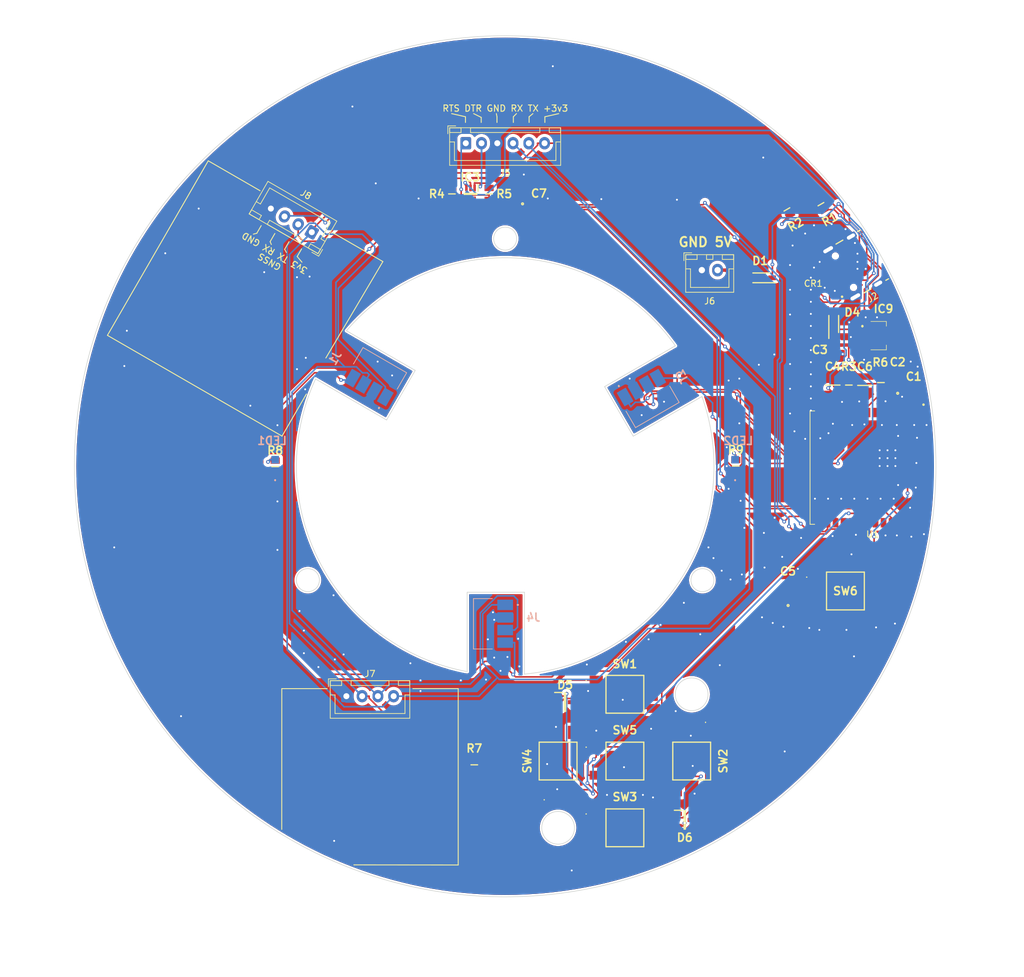
<source format=kicad_pcb>
(kicad_pcb (version 20240108) (generator "pcbnew") (generator_version "8.0")
  (layers (0 "F.Cu" signal) (31 "B.Cu" signal) (34 "B.Paste" user) (35 "F.Paste" user) (36 "B.SilkS" user "B.Silkscreen") (37 "F.SilkS" user "F.Silkscreen") (38 "B.Mask" user) (39 "F.Mask" user) (44 "Edge.Cuts" user))
  (net 0 "")
  (net 1 "+3V3")
  (net 2 "GND")
  (net 3 "+5V")
  (net 4 "VBUS")
  (net 5 "USB D+")
  (net 6 "USB D-")
  (net 7 "Net-(LED1-A)")
  (net 8 "SDA")
  (net 9 "SCL")
  (net 10 "DTR")
  (net 11 "Net-(IC3-B2)")
  (net 12 "CHIP_PU (3v3)")
  (net 13 "RTS")
  (net 14 "Net-(IC3-B1)")
  (net 15 "Net-(J2-CC1)")
  (net 16 "Net-(J2-CC2)")
  (net 17 "GPIO9")
  (net 18 "Net-(J5-Pin_4)")
  (net 19 "Net-(J5-Pin_5)")
  (net 25 "Net-(U1-IO8)")
  (net 30 "Net-(J8-Pin_2)")
  (net 31 "Net-(J8-Pin_3)")
  (net 32 "GPIO20")
  (net 33 "GPIO22")
  (net 34 "GPIO21")
  (net 35 "Net-(D5-COMMON_ANODE)")
  (net 36 "Net-(D6-COMMON_ANODE)")
  (net 37 "Net-(LED2-A)")
  (net 42 "Net-(D1-A)")
  (net 43 "Net-(SW1-NO_1)")
  (footprint "Samacsys:RESC2012X50N" (layer "F.Cu") (at 132.9882 138.8551 90)
    (property "Reference" "R7")
    (property "Value" "CRCW08052K70JNEB" (hide yes))
  )
  (footprint "Connector_JST:JST_XH_B2B-XH-A_1x02_P2.50mm_Vertical" (layer "F.Cu") (at 169.0989 60.3063)
    (property "Reference" "J6")
    (property "Value" "Conn_01x02_Pin" (hide yes))
  )
  (footprint "Samacsys:RESC2012X65N" (layer "F.Cu") (at 101.3882 91.5051 -90)
    (property "Reference" "R8")
    (property "Value" "CRG0805J470R" (hide yes))
  )
  (footprint "Samacsys:TS046643BK160SMT" (layer "F.Cu") (at 156.8882 138.2551)
    (property "Reference" "SW5")
    (property "Value" "TS04-66-43-BK-160-SMT" (hide yes))
  )
  (footprint "Samacsys:CAPC3225X280N" (layer "F.Cu") (at 189.8798 78.5587 90)
    (property "Reference" "C4")
    (property "Value" "C1210C476M9PAC" (hide yes))
  )
  (footprint "Samacsys:RESC2012X50N" (layer "F.Cu") (at 182.6 50.666025 120)
    (property "Reference" "R2")
    (property "Value" "CRCW08055K10FKEA" (hide yes))
  )
  (footprint "Samacsys:SOD3716X145N" (layer "F.Cu") (at 190.0298 68.8587 90)
    (property "Reference" "D4")
    (property "Value" "1N5819HW-7-F" (hide yes))
  )
  (footprint "Snapeda:ESP32-C6-WROOM-1-N8_XCVR_ESP32-C6-WROOM-1-N8" (layer "F.Cu") (at 199.0282 91.6674 -90)
    (property "Reference" "U1")
    (property "Value" "ESP32-C6-WROOM-1-N8")
  )
  (footprint "Snapeda:MICRO5_0P83X0P83X0P5_STM" (layer "F.Cu") (at 189.490935 61.949794 -150)
    (property "Reference" "CR1")
    (property "Value" "ESDAVLC5-4BX4" (hide yes))
  )
  (footprint "Connector_JST:JST_XH_B4B-XH-A_1x04_P2.50mm_Vertical" (layer "F.Cu") (at 107.1998 54.2847 150)
    (property "Reference" "J8")
    (property "Value" "Conn_01x04_Pin" (hide yes))
  )
  (footprint "Samacsys:SOT65P210X110-6N" (layer "F.Cu") (at 132.3881 48.2049 -90)
    (property "Reference" "IC3")
    (property "Value" "BC847BDW1T1G" (hide yes))
  )
  (footprint "Samacsys:CAPC2012X145N" (layer "F.Cu") (at 190.0298 73.0287 90)
    (property "Reference" "C3")
    (property "Value" "GRM21BR61E106KA73K" (hide yes))
  )
  (footprint "Connector_JST:JST_XH_B4B-XH-A_1x04_P2.50mm_Vertical" (layer "F.Cu") (at 112.6882 127.9551)
    (property "Reference" "J7")
    (property "Value" "Conn_01x04_Pin" (hide yes))
  )
  (footprint "Connector_JST:JST_XH_B6B-XH-A_1x06_P2.50mm_Vertical" (layer "F.Cu") (at 131.6382 40.1549)
    (property "Reference" "J5")
    (property "Value" "Conn_01x06_Pin" (hide yes))
  )
  (footprint "Samacsys:TS046643BK160SMT" (layer "F.Cu") (at 156.8882 148.8551)
    (property "Reference" "SW3")
    (property "Value" "TS04-66-43-BK-160-SMT" (hide yes))
  )
  (footprint "Samacsys:RESC2012X60N" (layer "F.Cu") (at 197.5298 78.1587 90)
    (property "Reference" "R6")
    (property "Value" "RK73H2ATTED1002F" (hide yes))
  )
  (footprint "Samacsys:SOD3716X145N" (layer "F.Cu") (at 178.5489 61.5313 180)
    (property "Reference" "D1")
    (property "Value" "1N5819HW-7-F" (hide yes))
  )
  (footprint "Samacsys:C0805" (layer "F.Cu") (at 200.1798 78.1087 90)
    (property "Reference" "C2")
    (property "Value" "C0805C104Z3VACTU" (hide yes))
  )
  (footprint "Samacsys:CAPC3225X280N" (layer "F.Cu") (at 194.9798 78.6087 -90)
    (property "Reference" "C6")
    (property "Value" "C1210C476M9PAC" (hide yes))
  )
  (footprint "Snapeda:USB4105-GF-A_GCT_USB4105-GF-A" (layer "F.Cu") (at 194.9228 58.7147 120)
    (property "Reference" "J2")
    (property "Value" "USB4105-GF-A" (hide yes))
  )
  (footprint "Samacsys:C0805" (layer "F.Cu") (at 182.788 111.8052 90)
    (property "Reference" "C5")
    (property "Value" "C0805C104Z3VACTU" (hide yes))
  )
  (footprint "Samacsys:SOT96P240X120-3N" (layer "F.Cu") (at 166.3882 147.6051)
    (property "Reference" "D6")
    (property "Value" "BAW56" (hide yes))
  )
  (footprint "Samacsys:TS046643BK160SMT" (layer "F.Cu") (at 146.2882 138.2551 90)
    (property "Reference" "SW4")
    (property "Value" "TS04-66-43-BK-160-SMT" (hide yes))
  )
  (footprint "Samacsys:AZ1117CR33TRG1" (layer "F.Cu") (at 198.3798 70.7087 -90)
    (property "Reference" "IC9")
    (property "Value" "AZ1117CR-3.3TRG1" (hide yes))
  )
  (footprint "Samacsys:TS046643BK160SMT" (layer "F.Cu") (at 156.8882 127.6551)
    (property "Reference" "SW1")
    (property "Value" "TS04-66-43-BK-160-SMT" (hide yes))
  )
  (footprint "Samacsys:RESC2012X50N" (layer "F.Cu") (at 188 49.833975 120)
    (property "Reference" "R1")
    (property "Value" "CRCW08055K10FKEA" (hide yes))
  )
  (footprint "Samacsys:C0805" (layer "F.Cu") (at 140.6489 48.0313 90)
    (property "Reference" "C7")
    (property "Value" "C0805C104Z3VACTU" (hide yes))
  )
  (footprint "Samacsys:CAPC2012X140N" (layer "F.Cu") (at 202.7298 79.8087 -90)
    (property "Reference" "C1")
    (property "Value" "CL21A226MQQNNNG" (hide yes))
  )
  (footprint "Samacsys:TS046643BK160SMT" (layer "F.Cu") (at 167.4882 138.2551 -90)
    (property "Reference" "SW2")
    (property "Value" "TS04-66-43-BK-160-SMT" (hide yes))
  )
  (footprint "Samacsys:RESC2012X65N" (layer "F.Cu") (at 174.4882 91.4051 -90)
    (property "Reference" "R9")
    (property "Value" "CRG0805J470R" (hide yes))
  )
  (footprint "Samacsys:RESC2012X60N" (layer "F.Cu") (at 192.4298 78.5587 90)
    (property "Reference" "R3")
    (property "Value" "RK73H2ATTED1002F" (hide yes))
  )
  (footprint "Samacsys:SOT96P240X120-3N" (layer "F.Cu") (at 147.3882 128.9051)
    (property "Reference" "D5")
    (property "Value" "BAW56" (hide yes))
  )
  (footprint "Samacsys:TS046643BK160SMT" (layer "F.Cu") (at 191.8882 111.2551)
    (property "Reference" "SW6")
    (property "Value" "TS04-66-43-BK-160-SMT" (hide yes))
  )
  (footprint "Samacsys:RESC2012X60N" (layer "F.Cu") (at 129.4381 48.2049 -90)
    (property "Reference" "R4")
    (property "Value" "RK73H2ATTED1002F" (hide yes))
  )
  (footprint "Samacsys:RESC2012X60N" (layer "F.Cu") (at 135.3382 48.2049 -90)
    (property "Reference" "R5")
    (property "Value" "RK73H2ATTED1002F" (hide yes))
  )
  (footprint "Samacsys:INS85AT5UW" (layer "B.Cu") (at 101.3882 91.4551 90)
    (property "Reference" "LED1")
    (property "Value" "IN-S85AT5UW" (hide yes))
  )
  (footprint "Samacsys:472861001" (layer "B.Cu") (at 160.5421 80.7216 -60)
    (property "Reference" "J3")
    (property "Value" "47286-1001" (hide yes))
  )
  (footprint "Samacsys:472861001" (layer "B.Cu") (at 117.2921 77.1883 60)
    (property "Reference" "J1")
    (property "Value" "47286-1001" (hide yes))
  )
  (footprint "Samacsys:INS85AT5UW" (layer "B.Cu") (at 174.3882 91.4549 90)
    (property "Reference" "LED2")
    (property "Value" "IN-S85AT5UW" (hide yes))
  )
  (footprint "Samacsys:472861001" (layer "B.Cu") (at 135.8482 116.4549 180)
    (property "Reference" "J4")
    (property "Value" "47286-1001" (hide yes))
  )
  (gr_line (start 144.188025 36.854949) (end 144.188025 35.954949) (stroke (width 0.153)) (layer "F.SilkS"))
  (gr_line (start 105.582636 56.936422) (end 104.882637 58.148858) (stroke (width 0.15)) (layer "F.SilkS"))
  (gr_line (start 104.882637 58.148858) (end 105.635265 59.045269) (stroke (width 0.15)) (layer "F.SilkS"))
  (gr_line (start 130.438151 126.755075) (end 123.238151 126.755075) (stroke (width 0.15)) (layer "F.SilkS"))
  (gr_line (start 131.588025 36.854949) (end 131.588025 35.954949) (stroke (width 0.153)) (layer "F.SilkS"))
  (gr_line (start 139.188025 35.954949) (end 139.688151 35.455075) (stroke (width 0.153)) (layer "F.SilkS"))
  (gr_line (start 134.088025 36.854949) (end 134.088025 36.055075) (stroke (width 0.153)) (layer "F.SilkS"))
  (gr_line (start 100.589111 55.785461) (end 100.785521 56.245268) (stroke (width 0.15)) (layer "F.SilkS"))
  (gr_line (start 109.638151 126.755075) (end 102.438151 126.755075) (stroke (width 0.15)) (layer "F.SilkS"))
  (gr_line (start 131.588025 35.954949) (end 129.388025 35.455075) (stroke (width 0.153)) (layer "F.SilkS"))
  (gr_line (start 134.088025 36.055075) (end 132.888025 35.455075) (stroke (width 0.153)) (layer "F.SilkS"))
  (gr_line (start 99.174048 53.236422) (end 98.474049 54.448858) (stroke (width 0.15)) (layer "F.SilkS"))
  (gr_line (start 102.478729 86.661909) (end 74.765916 70.661909) (stroke (width 0.15)) (layer "F.SilkS"))
  (gr_line (start 102.890778 56.998857) (end 103.173792 57.508667) (stroke (width 0.15)) (layer "F.SilkS"))
  (gr_line (start 103.590778 55.786425) (end 102.890778 56.998857) (stroke (width 0.15)) (layer "F.SilkS"))
  (gr_line (start 98.474049 54.448858) (end 97.92764 54.595268) (stroke (width 0.15)) (layer "F.SilkS"))
  (gr_line (start 136.588025 36.854949) (end 136.588025 35.954949) (stroke (width 0.153)) (layer "F.SilkS"))
  (gr_line (start 118.478729 58.949096) (end 110.5002 54.34269) (stroke (width 0.15)) (layer "F.SilkS"))
  (gr_line (start 113.8698 154.7387) (end 130.438151 154.755075) (stroke (width 0.15)) (layer "F.SilkS"))
  (gr_line (start 141.688025 35.954949) (end 142.288151 35.455075) (stroke (width 0.153)) (layer "F.SilkS"))
  (gr_line (start 139.188025 36.854949) (end 139.188025 35.954949) (stroke (width 0.153)) (layer "F.SilkS"))
  (gr_line (start 102.478729 86.661909) (end 106.328729 79.993513) (stroke (width 0.15)) (layer "F.SilkS"))
  (gr_line (start 74.765916 70.661909) (end 90.765916 42.949096) (stroke (width 0.15)) (layer "F.SilkS"))
  (gr_line (start 144.188025 35.954949) (end 146.388151 35.455075) (stroke (width 0.153)) (layer "F.SilkS"))
  (gr_line (start 130.438151 154.755075) (end 130.438151 126.755075) (stroke (width 0.15)) (layer "F.SilkS"))
  (gr_line (start 136.588025 35.954949) (end 136.488151 35.455075) (stroke (width 0.153)) (layer "F.SilkS"))
  (gr_line (start 141.688025 36.854949) (end 141.688025 35.954949) (stroke (width 0.153)) (layer "F.SilkS"))
  (gr_line (start 101.339112 54.486425) (end 100.589111 55.785461) (stroke (width 0.15)) (layer "F.SilkS"))
  (gr_line (start 102.438151 126.755075) (end 102.4298 149.1087) (stroke (width 0.15)) (layer "F.SilkS"))
  (gr_line (start 90.765917 42.949098) (end 98.993158 47.699098) (stroke (width 0.15)) (layer "F.SilkS"))
  (gr_line (start 118.478729 58.949096) (end 109.4298 74.2587) (stroke (width 0.15)) (layer "F.SilkS"))
  (gr_line (start 119.072251 84.104987) (end 107.79781 77.597575) (stroke (width 0.1)) (layer "Edge.Cuts"))
  (gr_circle (center 137.888151 91.454949) (end 206.248152 91.70495) (stroke (width 0.1)) (fill none) (layer "Edge.Cuts"))
  (gr_line (start 131.858151 111.454949) (end 131.858151 124.054949) (stroke (width 0.1)) (layer "Edge.Cuts"))
  (gr_circle (center 146.288151 148.855075) (end 148.888151 148.855075) (stroke (width 0.1)) (fill none) (layer "Edge.Cuts"))
  (gr_line (start 131.858151 111.454949) (end 140.948151 111.454949) (stroke (width 0.1)) (layer "Edge.Cuts"))
  (gr_line (start 123.617251 76.232816) (end 112.705332 69.932817) (stroke (width 0.1)) (layer "Edge.Cuts"))
  (gr_line (start 158.206999 86.677082) (end 169.118918 80.377083) (stroke (width 0.1)) (layer "Edge.Cuts"))
  (gr_arc (start 112.705332 69.932817) (mid 139.385006 58.375547) (end 164.897835 72.320836) (stroke (width 0.1)) (layer "Edge.Cuts"))
  (gr_circle (center 137.888151 55.304949) (end 139.716951 55.304949) (stroke (width 0.1)) (fill none) (layer "Edge.Cuts"))
  (gr_circle (center 169.194969 109.529949) (end 171.023769 109.529949) (stroke (width 0.1)) (fill none) (layer "Edge.Cuts"))
  (gr_circle (center 167.488151 127.655075) (end 170.088151 127.655075) (stroke (width 0.1)) (fill none) (layer "Edge.Cuts"))
  (gr_line (start 140.948151 111.454949) (end 140.948151 124.454949) (stroke (width 0.1)) (layer "Edge.Cuts"))
  (gr_line (start 158.206999 86.677082) (end 153.661998 78.804912) (stroke (width 0.1)) (layer "Edge.Cuts"))
  (gr_arc (start 169.118918 80.377083) (mid 165.809076 109.301569) (end 140.947758 124.450688) (stroke (width 0.1)) (layer "Edge.Cuts"))
  (gr_arc (start 131.858149 124.054948) (mid 108.478016 106.704424) (end 107.79781 77.597575) (stroke (width 0.1)) (layer "Edge.Cuts"))
  (gr_circle (center 106.581333 109.529949) (end 108.410133 109.529949) (stroke (width 0.1)) (fill none) (layer "Edge.Cuts"))
  (gr_line (start 153.661998 78.804912) (end 164.897835 72.320836) (stroke (width 0.1)) (layer "Edge.Cuts"))
  (gr_line (start 123.617251 76.232816) (end 119.072251 84.104987) (stroke (width 0.1)) (layer "Edge.Cuts"))
  (gr_text "GND 5V" (at 165.248885 56.731319 0) (layer "F.SilkS") (effects (font (size 1.5 1.5) (thickness 0.3) (bold yes)) (justify left bottom)))
  (gr_text "GNSS\n3v3 TX RX GND" (at 101.588151 57.055075 150) (layer "F.SilkS") (effects (font (size 1 1) (thickness 0.16)) (justify bottom)))
  (gr_text "RTS DTR GND RX TX +3v3" (at 147.965533 35.207449 0) (layer "F.SilkS") (effects (font (size 1 1) (thickness 0.16)) (justify right bottom)))
  (segment (start 202.424 81.9135) (end 201.741 81.2309) (width 0.25) (layer "F.Cu") (net 1))
  (segment (start 197.1 61.145528) (end 194.893 63.352528) (width 0.25) (layer "F.Cu") (net 1))
  (segment (start 192.43 77.6087) (end 192.966 77.6087) (width 0.25) (layer "F.Cu") (net 1))
  (segment (start 194.1 57.143064) (end 197.1 60.143064) (width 0.25) (layer "F.Cu") (net 1))
  (segment (start 203.018 82.4156) (end 203.018 82.4154) (width 0.25) (layer "F.Cu") (net 1))
  (segment (start 203.0182 82.6667) (end 203.0182 82.9174) (width 0.25) (layer "F.Cu") (net 1))
  (segment (start 125.882 137.855) (end 132.988 137.855) (width 0.25) (layer "F.Cu") (net 1))
  (segment (start 194.893 63.352528) (end 194.893 66.512354) (width 0.25) (layer "F.Cu") (net 1))
  (segment (start 143.034 40.1549) (end 143.034 40.4654) (width 0.25) (layer "F.Cu") (net 1))
  (segment (start 191.228646 51.048) (end 191.7 51.519354) (width 0.25) (layer "F.Cu") (net 1))
  (segment (start 132.988 137.855) (end 132.9881 137.855) (width 0.25) (layer "F.Cu") (net 1))
  (segment (start 197.1 60.143064) (end 197.1 61.145528) (width 0.25) (layer "F.Cu") (net 1))
  (segment (start 195.6298 70.7087) (end 197.9298 70.7087) (width 0.25) (layer "F.Cu") (net 1))
  (segment (start 202.73 78.2448) (end 202.523 78.0376) (width 0.25) (layer "F.Cu") (net 1))
  (segment (start 115.1883 127.955) (end 116.292 127.955) (width 0.25) (layer "F.Cu") (net 1))
  (segment (start 202.523 78.0376) (end 200.18 78.0376) (width 0.25) (layer "F.Cu") (net 1))
  (segment (start 194.893 68.4458) (end 193.634 69.7048) (width 0.25) (layer "F.Cu") (net 1))
  (segment (start 200.18 77.3122) (end 200.1798 77.312) (width 0.25) (layer "F.Cu") (net 1))
  (segment (start 193.366 77.2087) (end 194.173 77.2087) (width 0.25) (layer "F.Cu") (net 1))
  (segment (start 194.893 66.512354) (end 195.952 67.571354) (width 0.25) (layer "F.Cu") (net 1))
  (segment (start 191.7 51.519354) (end 191.7 52.1) (width 0.25) (layer "F.Cu") (net 1))
  (segment (start 195.952 68.028646) (end 195.534846 68.4458) (width 0.25) (layer "F.Cu") (net 1))
  (segment (start 194.1 54.5) (end 194.1 57.143064) (width 0.25) (layer "F.Cu") (net 1))
  (segment (start 132.9881 137.855) (end 132.9882 137.8551) (width 0.25) (layer "F.Cu") (net 1))
  (segment (start 200.18 77.3122) (end 200.18 77.4157) (width 0.25) (layer "F.Cu") (net 1))
  (segment (start 200.18 77.4159) (end 200.18 77.6231) (width 0.25) (layer "F.Cu") (net 1))
  (segment (start 138.629 44.8706) (end 116.2294 44.8706) (width 0.25) (layer "F.Cu") (net 1))
  (segment (start 193.634 69.7048) (end 194.638 70.7087) (width 0.25) (layer "F.Cu") (net 1))
  (segment (start 195.534846 68.4458) (end 194.893 68.4458) (width 0.25) (layer "F.Cu") (net 1))
  (segment (start 194.173 77.2087) (end 192.46 75.4962) (width 0.25) (layer "F.Cu") (net 1))
  (segment (start 190.056 75.4962) (end 189.041 74.4812) (width 0.25) (layer "F.Cu") (net 1))
  (segment (start 202.7298 79.0087) (end 202.73 79.0087) (width 0.25) (layer "F.Cu") (net 1))
  (segment (start 107.1998 53.9002) (end 107.1998 54.2847) (width 0.25) (layer "F.Cu") (net 1))
  (segment (start 192.46 75.4962) (end 190.056 75.4962) (width 0.25) (layer "F.Cu") (net 1))
  (segment (start 189.041 70.2099) (end 189.546 69.7048) (width 0.25) (layer "F.Cu") (net 1))
  (segment (start 116.292 128.266) (end 125.882 137.855) (width 0.25) (layer "F.Cu") (net 1))
  (segment (start 198.509 77.2087) (end 197.5298 77.2087) (width 0.25) (layer "F.Cu") (net 1))
  (segment (start 203.018 82.4156) (end 203.018 82.6665) (width 0.25) (layer "F.Cu") (net 1))
  (segment (start 200.18 78.0376) (end 200.18 77.6231) (width 0.25) (layer "F.Cu") (net 1))
  (segment (start 144.1382 40.1549) (end 143.034 40.1549) (width 0.25) (layer "F.Cu") (net 1))
  (segment (start 144.1382 40.1549) (end 180.271907 40.1549) (width 0.25) (layer "F.Cu") (net 1))
  (segment (start 202.73 79.0087) (end 202.73 78.2448) (width 0.25) (layer "F.Cu") (net 1))
  (segment (start 191.165007 51.048) (end 191.228646 51.048) (width 0.25) (layer "F.Cu") (net 1))
  (segment (start 143.586 40.1549) (end 143.862 40.1549) (width 0.25) (layer "F.Cu") (net 1))
  (segment (start 200.18 77.4157) (end 200.18 77.4159) (width 0.25) (layer "F.Cu") (net 1))
  (segment (start 116.2294 44.8706) (end 107.1998 53.9002) (width 0.25) (layer "F.Cu") (net 1))
  (segment (start 201.741 81.2309) (end 201.741 79.0087) (width 0.25) (layer "F.Cu") (net 1))
  (segment (start 143.034 40.4654) (end 138.629 44.8706) (width 0.25) (layer "F.Cu") (net 1))
  (segment (start 116.292 127.955) (end 116.292 128.266) (width 0.25) (layer "F.Cu") (net 1))
  (segment (start 192.966 77.6087) (end 193.366 77.2087) (width 0.25) (layer "F.Cu") (net 1))
  (segment (start 197.5298 77.2087) (end 194.9798 77.2087) (width 0.25) (layer "F.Cu") (net 1))
  (segment (start 197.93 70.7087) (end 197.93 70.128) (width 0.25) (layer "F.Cu") (net 1))
  (segment (start 203.018 82.4154) (end 203.018 81.9135) (width 0.25) (layer "F.Cu") (net 1))
  (segment (start 200.18 77.4159) (end 200.18 77.4157) (width 0.25) (layer "F.Cu") (net 1))
  (segment (start 203.018 81.9135) (end 202.424 81.9135) (width 0.25) (layer "F.Cu") (net 1))
  (segment (start 115.1883 127.955) (end 115.1882 127.9551) (width 0.25) (layer "F.Cu") (net 1))
  (segment (start 189.041 74.4812) (end 189.041 70.2099) (width 0.25) (layer "F.Cu") (net 1))
  (segment (start 198.923 77.6231) (end 198.509 77.2087) (width 0.25) (layer "F.Cu") (net 1))
  (segment (start 203.018 82.4154) (end 203.018 82.4156) (width 0.25) (layer "F.Cu") (net 1))
  (segment (start 195.952 67.571354) (end 195.952 68.028646) (width 0.25) (layer "F.Cu") (net 1))
  (segment (start 180.271907 40.1549) (end 191.165007 51.048) (width 0.25) (layer "F.Cu") (net 1))
  (segment (start 191.7 52.1) (end 194.1 54.5) (width 0.25) (layer "F.Cu") (net 1))
  (segment (start 107.2 54.2333) (end 107.2 54.2335) (width 0.25) (layer "F.Cu") (net 1))
  (segment (start 200.18 77.4157) (end 200.18 77.3122) (width 0.25) (layer "F.Cu") (net 1))
  (segment (start 203.018 82.6665) (end 203.018 82.4156) (width 0.25) (layer "F.Cu") (net 1))
  (segment (start 115.188 127.955) (end 115.1883 127.955) (width 0.25) (layer "F.Cu") (net 1))
  (segment (start 200.1798 77.312) (end 200.1798 77.2087) (width 0.25) (layer "F.Cu") (net 1))
  (segment (start 189.546 69.7048) (end 193.634 69.7048) (width 0.25) (layer "F.Cu") (net 1))
  (segment (start 200.18 77.6231) (end 198.923 77.6231) (width 0.25) (layer "F.Cu") (net 1))
  (segment (start 144.138 40.1549) (end 143.862 40.1549) (width 0.25) (layer "F.Cu") (net 1))
  (segment (start 197.93 70.7087) (end 197.93 70.128) (width 0.25) (layer "F.Cu") (net 1))
  (segment (start 107.2 54.2335) (end 107.2 54.2591) (width 0.25) (layer "F.Cu") (net 1))
  (segment (start 201.741 79.0087) (end 202.7298 79.0087) (width 0.25) (layer "F.Cu") (net 1))
  (segment (start 203.018 82.6665) (end 203.0182 82.6667) (width 0.25) (layer "F.Cu") (net 1))
  (segment (start 194.638 70.7087) (end 195.6298 70.7087) (width 0.25) (layer "F.Cu") (net 1))
  (segment (start 192.43 77.6087) (end 192.4298 77.6087) (width 0.25) (layer "F.Cu") (net 1))
  (segment (start 194.9798 77.2087) (end 194.173 77.2087) (width 0.25) (layer "F.Cu") (net 1))
  (segment (start 197.9298 70.7087) (end 197.93 70.7087) (width 0.25) (layer "F.Cu") (net 1))
  (segment (start 114.395 127.162) (end 114.396 127.162) (width 0.25) (layer "B.Cu") (net 1))
  (segment (start 114.396 127.162) (end 114.792 127.5585) (width 0.25) (layer "B.Cu") (net 1))
  (segment (start 114.792 127.5585) (end 115.188 127.955) (width 0.25) (layer "B.Cu") (net 1))
  (segment (start 114.792 127.5585) (end 115.1882 127.9547) (width 0.25) (layer "B.Cu") (net 1))
  (segment (start 105.432 56.0521) (end 106.3161 55.1684) (width 0.25) (layer "B.Cu") (net 1))
  (segment (start 115.1882 127.9547) (end 115.1882 127.9551) (width 0.25) (layer "B.Cu") (net 1))
  (segment (start 103.665 116.432) (end 114.395 127.162) (width 0.25) (layer "B.Cu") (net 1))
  (segment (start 106.3161 55.1684) (end 107.1998 54.2847) (width 0.25) (layer "B.Cu") (net 1))
  (segment (start 107.2 54.2847) (end 107.2 54.2848) (width 0.25) (layer "B.Cu") (net 1))
  (segment (start 105.432 56.0521) (end 107.2 54.2847) (width 0.25) (layer "B.Cu") (net 1))
  (segment (start 103.665 57.8195) (end 103.665 116.432) (width 0.25) (layer "B.Cu") (net 1))
  (segment (start 115.188 127.955) (end 114.395 127.162) (width 0.25) (layer "B.Cu") (net 1))
  (segment (start 107.2 54.2848) (end 106.3161 55.1684) (width 0.25) (layer "B.Cu") (net 1))
  (segment (start 105.432 56.0521) (end 103.665 57.8195) (width 0.25) (layer "B.Cu") (net 1))
  (segment (start 200.18 79.7087) (end 200.88 80.4087) (width 0.25) (layer "F.Cu") (net 2))
  (segment (start 188.6 63.1) (end 188.6 62.27022) (width 0.15) (layer "F.Cu") (net 2))
  (segment (start 194.08 81.1587) (end 194.08 80.9087) (width 0.25) (layer "F.Cu") (net 2))
  (segment (start 189.179682 61.949794) (end 189.050054 61.820166) (width 0.25) (layer "F.Cu") (net 2))
  (segment (start 188.6 62.27022) (end 189.050054 61.820166) (width 0.15) (layer "F.Cu") (net 2))
  (segment (start 194.08 80.9087) (end 194.98 80.0087) (width 0.25) (layer "F.Cu") (net 2))
  (segment (start 200.18 79.0087) (end 200.18 79.7087) (width 0.25) (layer "F.Cu") (net 2))
  (segment (start 189.490935 61.949794) (end 189.179682 61.949794) (width 0.25) (layer "F.Cu") (net 2))
  (via (at 122.849 122.731) (size 0.6) (drill 0.3) (layers "F.Cu" "B.Cu") (net 2))
  (via (at 202.149 98.0313) (size 0.6) (drill 0.3) (layers "F.Cu" "B.Cu") (net 2))
  (via (at 191.215666 96.6) (size 0.6) (drill 0.3) (layers "F.Cu" "B.Cu") (net 2))
  (via (at 178.649 115.431) (size 0.6) (drill 0.3) (layers "F.Cu" "B.Cu") (net 2))
  (via (at 200.249 94.4313) (size 0.6) (drill 0.3) (layers "F.Cu" "B.Cu") (net 2))
  (via (at 181.849 105.831) (size 0.6) (drill 0.3) (layers "F.Cu" "B.Cu") (net 2))
  (via (at 135.949 114.631) (size 0.6) (drill 0.3) (layers "F.Cu" "B.Cu") (net 2))
  (via (at 186.4 82.6) (size 0.6) (drill 0.3) (layers "F.Cu" "B.Cu") (net 2))
  (via (at 183.1 67.357142) (size 0.6) (drill 0.3) (layers "F.Cu" "B.Cu") (net 2))
  (via (at 189.9 84.7) (size 0.6) (drill 0.3) (layers "F.Cu" "B.Cu") (net 2))
  (via (at 185.5 87.1) (size 0.6) (drill 0.3) (layers "F.Cu" "B.Cu") (net 2))
  (via (at 183.8 85.9) (size 0.6) (drill 0.3) (layers "F.Cu" "B.Cu") (net 2))
  (via (at 124.149 48.9313) (size 0.6) (drill 0.3) (layers "F.Cu" "B.Cu") (net 2))
  (via (at 183.1 75.214284) (size 0.6) (drill 0.3) (layers "F.Cu" "B.Cu") (net 2))
  (via (at 167.649 139.031) (size 0.6) (drill 0.3) (layers "F.Cu" "B.Cu") (net 2))
  (via (at 152.349 133.431) (size 0.6) (drill 0.3) (layers "F.Cu" "B.Cu") (net 2))
  (via (at 186.4 80.68181) (size 0.6) (drill 0.3) (layers "F.Cu" "B.Cu") (net 2))
  (via (at 140.849 45.1313) (size 0.6) (drill 0.3) (layers "F.Cu" "B.Cu") (net 2))
  (via (at 117.649 74.8313) (size 0.6) (drill 0.3) (layers "F.Cu" "B.Cu") (net 2))
  (via (at 172.249 108.031) (size 0.6) (drill 0.3) (layers "F.Cu" "B.Cu") (net 2))
  (via (at 203.349 75.6313) (size 0.6) (drill 0.3) (layers "F.Cu" "B.Cu") (net 2))
  (via (at 191.349 81.2313) (size 0.6) (drill 0.3) (layers "F.Cu" "B.Cu") (net 2))
  (via (at 204.349 102.231) (size 0.6) (drill 0.3) (layers "F.Cu" "B.Cu") (net 2))
  (via (at 200.88 80.4087) (size 0.6) (drill 0.3) (layers "F.Cu" "B.Cu") (net 2))
  (via (at 183.1 63.428571) (size 0.6) (drill 0.3) (layers "F.Cu" "B.Cu") (net 2))
  (via (at 173.349 77.8313) (size 0.6) (drill 0.3) (layers "F.Cu" "B.Cu") (net 2))
  (via (at 104.849 76.0313) (size 0.6) (drill 0.3) (layers "F.Cu" "B.Cu") (net 2))
  (via (at 183.1 59.5) (size 0.6) (drill 0.3) (layers "F.Cu" "B.Cu") (net 2))
  (via (at 136.149 115.831) (size 0.6) (drill 0.3) (layers "F.Cu" "B.Cu") (net 2))
  (via (at 195.1 67.8) (size 0.6) (drill 0.3) (layers "F.Cu" "B.Cu") (net 2))
  (via (at 186.4 61.5) (size 0.6) (drill 0.3) (layers "F.Cu" "B.Cu") (net 2))
  (via (at 178.149 75.3313) (size 0.6) (drill 0.3) (layers "F.Cu" "B.Cu") (net 2))
  (via (at 184.849 102.831) (size 0.6) (drill 0.3) (layers "F.Cu" "B.Cu") (net 2))
  (via (at 198.249 81.1313) (size 0.6) (drill 0.3) (layers "F.Cu" "B.Cu") (net 2))
  (via (at 192.849 105.431) (size 0.6) (drill 0.3) (layers "F.Cu" "B.Cu") (net 2))
  (via (at 188.6 63.1) (size 0.6) (drill 0.3) (layers "F.Cu" "B.Cu") (net 2))
  (via (at 179.049 107.531) (size 0.6) (drill 0.3) (layers "F.Cu" "B.Cu") (net 2))
  (via (at 192.5 68.6) (size 0.6) (drill 0.3) (layers "F.Cu" "B.Cu") (net 2))
  (via (at 193.4 56) (size 0.6) (drill 0.3) (layers "F.Cu" "B.Cu") (net 2))
  (via (at 202.249 74.8313) (size 0.6) (drill 0.3) (layers "F.Cu" "B.Cu") (net 2))
  (via (at 138.249 121.731) (size 0.6) (drill 0.3) (layers "F.Cu" "B.Cu") (net 2))
  (via (at 110.749 150.931) (size 0.6) (drill 0.3) (layers "F.Cu" "B.Cu") (net 2))
  (via (at 203.049 94.8313) (size 0.6) (drill 0.3) (layers "F.Cu" "B.Cu") (net 2))
  (via (at 194.849 74.5313) (size 0.6) (drill 0.3) (layers "F.Cu" "B.Cu") (net 2))
  (via (at 173.049 88.4313) (size 0.6) (drill 0.3) (layers "F.Cu" "B.Cu") (net 2))
  (via (at 165.149 49.1313) (size 0.6) (drill 0.3) (layers "F.Cu" "B.Cu") (net 2))
  (via (at 167.349 134.231) (size 0.6) (drill 0.3) (layers "F.Cu" "B.Cu") (net 2))
  (via (at 202.8 84.9) (size 0.6) (drill 0.3) (layers "F.Cu" "B.Cu") (net 2))
  (via (at 106.149 79.2313) (size 0.6) (drill 0.3) (layers "F.Cu" "B.Cu") (net 2))
  (via (at 154.049 143.631) (size 0.6) (drill 0.3) (layers "F.Cu" "B.Cu") (net 2))
  (via (at 200.04 84.9) (size 0.6) (drill 0.3) (layers "F.Cu" "B.Cu") (net 2))
  (via (at 197.68 84.9) (size 0.6) (drill 0.3) (layers "F.Cu" "B.Cu") (net 2))
  (via (at 200.049 102.431) (size 0.6) (drill 0.3) (layers "F.Cu" "B.Cu") (net 2))
  (via (at 187.049 96.6) (size 0.6) (drill 0.3) (layers "F.Cu" "B.Cu") (net 2))
  (via (at 108.249 123.331) (size 0.6) (drill 0.3) (layers "F.Cu" "B.Cu") (net 2))
  (via (at 186.4 76.845448) (size 0.6) (drill 0.3) (layers "F.Cu" "B.Cu") (net 2))
  (via (at 199.549 96.6) (size 0.6) (drill 0.3) (layers "F.Cu" "B.Cu") (net 2))
  (via (at 168.849 118.131) (size 0.6) (drill 0.3) (layers "F.Cu" "B.Cu") (net 2))
  (via (at 194.08 81.1587) (size 0.6) (drill 0.3) (layers "F.Cu" "B.Cu") (net 2))
  (via (at 99.6489 60.6313) (size 0.6) (drill 0.3) (layers "F.Cu" "B.Cu") (net 2))
  (via (at 164.949 130.331) (size 0.6) (drill 0.3) (layers "F.Cu" "B.Cu") (net 2))
  (via (at 151.049 127.131) (size 0.6) (drill 0.3) (layers "F.Cu" "B.Cu") (net 2))
  (via (at 106.249 74.2313) (size 0.6) (drill 0.3) (layers "F.Cu" "B.Cu") (net 2))
  (via (at 104.849 61.4313) (size 0.6) (drill 0.3) (layers "F.Cu" "B.Cu") (net 2))
  (via (at 189.132333 96.6) (size 0.6) (drill 0.3) (layers "F.Cu" "B.Cu") (net 2))
  (via (at 182.249 136.731) (size 0.6) (drill 0.3) (layers "F.Cu" "B.Cu") (net 2))
  (via (at 161.349 144.031) (size 0.6) (drill 0.3) (layers "F.Cu" "B.Cu") (net 2))
  (via (at 160.649 118.931) (size 0.6) (drill 0.3) (layers "F.Cu" "B.Cu") (net 2))
  (via (at 180.349 116.331) (size 0.6) (drill 0.3) (layers "F.Cu" "B.Cu") (net 2))
  (via (at 110.849 122.131) (size 0.6) (drill 0.3) (layers "F.Cu" "B.Cu") (net 2))
  (via (at 186.149 117.131) (size 0.6) (drill 0.3) (layers "F.Cu" "B.Cu") (net 2))
  (via (at 186.4 67.254543) (size 0.6) (drill 0.3) (layers "F.Cu" "B.Cu") (net 2))
  (via (at 186.4 69.172724) (size 0.6) (drill 0.3) (layers "F.Cu" "B.Cu") (net 2))
  (via (at 105.949 121.131) (size 0.6) (drill 0.3) (layers "F.Cu" "B.Cu") (net 2))
  (via (at 156.749 139.231) (size 0.6) (drill 0.3) (layers "F.Cu" "B.Cu") (net 2))
  (via (at 186.9 53.2) (size 0.6) (drill 0.3) (layers "F.Cu" "B.Cu") (net 2))
  (via (at 89.2489 50.5313) (size 0.6) (drill 0.3) (layers "F.Cu" "B.Cu") (net 2))
  (via (at 178.949 102.031) (size 0.6) (drill 0.3) (layers "F.Cu" "B.Cu") (net 2))
  (via (at 186.4 78.763629) (size 0.6) (drill 0.3) (layers "F.Cu" "B.Cu") (net 2))
  (via (at 185.5 54.5) (size 0.6) (drill 0.3) (layers "F.Cu" "B.Cu") (net 2))
  (via (at 113.649 34.3313) (size 0.6) (drill 0.3) (layers "F.Cu" "B.Cu") (net 2))
  (via (at 192.749 70.9313) (size 0.6) (drill 0.3) (layers "F.Cu" "B.Cu") (net 2))
  (via (at 163.1 81.2) (size 0.6) (drill 0.3) (layers "F.Cu" "B.Cu") (net 2))
  (via (at 135.149 118.931) (size 0.6) (drill 0.3) (layers "F.Cu" "B.Cu") (net 2))
  (via (at 145.949 132.831) (size 0.6) (drill 0.3) (layers "F.Cu" "B.Cu") (net 2))
  (via (at 189.7 53) (size 0.6) (drill 0.3) (layers "F.Cu" "B.Cu") (net 2))
  (via (at 170.149 104.331) (size 0.6) (drill 0.3) (layers "F.Cu" "B.Cu") (net 2))
  (via (at 86.4489 131.131) (size 0.6) (drill 0.3) (layers "F.Cu" "B.Cu") (net 2))
  (via (at 202.349 102.631) (size 0.6) (drill 0.3) (layers "F.Cu" "B.Cu") (net 2))
  (via (at 173.049 91.4313) (size 0.6) (drill 0.3) (layers "F.Cu" "B.Cu") (net 2))
  (via (at 83.9489 57.6313) (size 0.6) (drill 0.3) (layers "F.Cu" "B.Cu") (net 2))
  (via (at 193.298999 96.6) (size 0.6) (drill 0.3) (layers "F.Cu" "B.Cu") (net 2))
  (via (at 183.5 56.4) (size 0.6) (drill 0.3) (layers "F.Cu" "B.Cu") (net 2))
  (via (at 175.849 101.231) (size 0.6) (drill 0.3) (layers "F.Cu" "B.Cu") (net 2))
  (via (at 157.049 119.331) (size 0.6) (drill 0.3) (layers "F.Cu" "B.Cu") (net 2))
  (via (at 75.8489 104.331) (size 0.6) (drill 0.3) (layers "F.Cu" "B.Cu") (net 2))
  (via (at 186.4 74.927267) (size 0.6) (drill 0.3) (layers "F.Cu" "B.Cu") (net 2))
  (via (at 101.749 84.9313) (size 0.6) (drill 0.3) (layers "F.Cu" "B.Cu") (net 2))
  (via (at 183.1 79.142855) (size 0.6) (drill 0.3) (layers "F.Cu" "B.Cu") (net 2))
  (via (at 191.449 73.6313) (size 0.6) (drill 0.3) (layers "F.Cu" "B.Cu") (net 2))
  (via (at 156.549 128.531) (size 0.6) (drill 0.3) (layers "F.Cu" "B.Cu") (net 2))
  (via (at 196.9 67.8) (size 0.6) (drill 0.3) (layers "F.Cu" "B.Cu") (net 2))
  (via (at 119.949 77.0313) (size 0.6) (drill 0.3) (layers "F.Cu" "B.Cu") (net 2))
  (via (at 110.649 111.931) (size 0.6) (drill 0.3) (layers "F.Cu" "B.Cu") (net 2))
  (via (at 191.9 53.8) (size 0.6) (drill 0.3) (layers "F.Cu" "B.Cu") (net 2))
  (via (at 140.149 123.231) (size 0.6) (drill 0.3) (layers "F.Cu" "B.Cu") (net 2))
  (via (at 194.9 84.8) (size 0.6) (drill 0.3) (layers "F.Cu" "B.Cu") (net 2))
  (via (at 77.4489 75.5313) (size 0.6) (drill 0.3) (layers "F.Cu" "B.Cu") (net 2))
  (via (at 193.549 102.331) (size 0.6) (drill 0.3) (layers "F.Cu" "B.Cu") (net 2))
  (via (at 150.849 122.931) (size 0.6) (drill 0.3) (layers "F.Cu" "B.Cu") (net 2))
  (via (at 101.749 104.731) (size 0.6) (drill 0.3) (layers "F.Cu" "B.Cu") (net 2))
  (via (at 175.049 77.5313) (size 0.6) (drill 0.3) (layers "F.Cu" "B.Cu") (net 2))
  (via (at 124.449 127.131) (size 0.6) (drill 0.3) (layers "F.Cu" "B.Cu") (net 2))
  (via (at 193.8 57.7) (size 0.6) (drill 0.3) (layers "F.Cu" "B.Cu") (net 2))
  (via (at 197.465665 96.6) (size 0.6) (drill 0.3) (layers "F.Cu" "B.Cu") (net 2))
  (via (at 186.4 65.336362) (size 0.6) (drill 0.3) (layers "F.Cu" "B.Cu") (net 2))
  (via (at 105.949 117.531) (size 0.6) (drill 0.3) (layers "F.Cu" "B.Cu") (net 2))
  (via (at 157.649 77.5313) (size 0.6) (drill 0.3) (layers "F.Cu" "B.Cu") (net 2))
  (via (at 189.2 86.2) (size 0.6) (drill 0.3) (layers "F.Cu" "B.Cu") (net 2))
  (via (at 186.4 63.418181) (size 0.6) (drill 0.3) (layers "F.Cu" "B.Cu") (net 2))
  (via (at 137.149 123.931) (size 0.6) (drill 0.3) (layers "F.Cu" "B.Cu") (net 2))
  (via (at 183.1 83.071426) (size 0.6) (drill 0.3) (layers "F.Cu" "B.Cu") (net 2))
  (via (at 173.349 95.0313) (size 0.6) (drill 0.3) (layers "F.Cu" "B.Cu") (net 2))
  (via (at 171.949 123.031) (size 0.6) (drill 0.3) (layers "F.Cu" "B.Cu") (net 2))
  (via (at 117.349 46.5313) (size 0.6) (drill 0.3) (layers "F.Cu" "B.Cu") (net 2))
  (via (at 203.149 90.9313) (size 0.6) (drill 0.3) (layers "F.Cu" "B.Cu") (net 2))
  (via (at 159.749 143.631) (size 0.6) (drill 0.3) (layers "F.Cu" "B.Cu") (net 2))
  (via (at 148.449 155.631) (size 0.6) (drill 0.3) (layers "F.Cu" "B.Cu") (net 2))
  (via (at 178.849 42.4313) (size 0.6) (drill 0.3) (layers "F.Cu" "B.Cu") (net 2))
  (via (at 187.9 87) (size 0.6) (drill 0.3) (layers "F.Cu" "B.Cu") (net 2))
  (via (at 193.8 60.1) (size 0.6) (drill 0.3) (layers "F.Cu" "B.Cu") (net 2))
  (via (at 195.382332 96.6) (size 0.6) (drill 0.3) (layers "F.Cu" "B.Cu") (net 2))
  (via (at 175.049 84.6313) (size 0.6) (drill 0.3) (layers "F.Cu" "B.Cu") (net 2))
  (via (at 180.649 99.6313) (size 0.6) (drill 0.3) (layers "F.Cu" "B.Cu") (net 2))
  (via (at 134.849 125.331) (size 0.6) (drill 0.3) (layers "F.Cu" "B.Cu") (net 2))
  (via (at 97.4489 81.8313) (size 0.6) (drill 0.3) (layers "F.Cu" "B.Cu") (net 2))
  (via (at 199.749 116.431) (size 0.6) (drill 0.3) (layers "F.Cu" "B.Cu") (net 2))
  (via (at 130.849 125.431) (size 0.6) (drill 0.3) (layers "F.Cu" "B.Cu") (net 2))
  (via (at 195.1 60.1) (size 0.6) (drill 0.3) (layers "F.Cu" "B.Cu") (net 2))
  (via (at 105.249 114.431) (size 0.6) (drill 0.3) (layers "F.Cu" "B.Cu") (net 2))
  (via (at 144.649 48.9313) (size 0.6) (drill 0.3) (layers "F.Cu" "B.Cu") (net 2))
  (via (at 200.249 86.6313) (size 0.6) (drill 0.3) (layers "F.Cu" "B.Cu") (net 2))
  (via (at 159.549 83.3313) (size 0.6) (drill 0.3) (layers "F.Cu" "B.Cu") (net 2))
  (via (at 196.749 117.031) (size 0.6) (drill 0.3) (layers "F.Cu" "B.Cu") (net 2))
  (via (at 192.049 117.431) (size 0.6) (drill 0.3) (layers "F.Cu" "B.Cu") (net 2))
  (via (at 161.049 133.131) (size 0.6) (drill 0.3) (layers "F.Cu" "B.Cu") (net 2))
  (via (at 190.2 63.6) (size 0.6) (drill 0.3) (layers "F.Cu" "B.Cu") (net 2))
  (via (at 112.249 121.331) (size 0.6) (drill 0.3) (layers "F.Cu" "B.Cu") (net 2))
  (via (at 167.949 143.431) (size 0.6) (drill 0.3) (layers "F.Cu" "B.Cu") (net 2))
  (via (at 77.8489 69.9313) (size 0.6) (drill 0.3) (layers "F.Cu" "B.Cu") (net 2))
  (via (at 175.449 108.631) (size 0.6) (drill 0.3) (layers "F.Cu" "B.Cu") (net 2))
  (via (at 186.4 73.009086) (size 0.6) (drill 0.3) (layers "F.Cu" "B.Cu") (net 2))
  (via (at 203.249 86.9313) (size 0.6) (drill 0.3) (layers "F.Cu" "B.Cu") (net 2))
  (via (at 182.049 116.931) (size 0.6) (drill 0.3) (layers "F.Cu" "B.Cu") (net 2))
  (via (at 173.649 109.431) (size 0.6) (drill 0.3) (layers "F.Cu" "B.Cu") (net 2))
  (via (at 186.4 71.090905) (size 0.6) (drill 0.3) (layers "F.Cu" "B.Cu") (net 2))
  (via (at 187.749 117.431) (size 0.6) (drill 0.3) (layers "F.Cu" "B.Cu") (net 2))
  (via (at 189.849 102.531) (size 0.6) (drill 0.3) (layers "F.Cu" "B.Cu") (net 2))
  (via (at 162.549 116.631) (size 0.6) (drill 0.3) (layers "F.Cu" "B.Cu") (net 2))
  (via (at 166.249 113.131) (size 0.6) (drill 0.3) (layers "F.Cu" "B.Cu") (net 2))
  (via (at 146.149 142.731) (size 0.6) (drill 0.3) (layers "F.Cu" "B.Cu") (net 2))
  (via (at 153.149 49.0313) (size 0.6) (drill 0.3) (layers "F.Cu" "B.Cu") (net 2))
  (via (at 180.6 73.7) (size 0.6) (drill 0.3) (layers "F.Cu" "B.Cu") (net 2))
  (via (at 145.449 27.9313) (size 0.6) (drill 0.3) (layers "F.Cu" "B.Cu") (net 2))
  (via (at 183.1 71.285713) (size 0.6) (drill 0.3) (layers "F.Cu" "B.Cu") (net 2))
  (via (at 184.349 107.731) (size 0.6) (drill 0.3) (layers "F.Cu" "B.Cu") (net 2))
  (via (at 175.249 96.9313) (size 0.6) (drill 0.3) (layers "F.Cu" "B.Cu") (net 2))
  (via (at 187.8 59) (size 0.6) (drill 0.3) (layers "F.Cu" "B.Cu") (net 2))
  (via (at 186.9 59.9) (size 0.6) (drill 0.3) (layers "F.Cu" "B.Cu") (net 2))
  (via (at 139.949 118.831) (size 0.6) (drill 0.3) (layers "F.Cu" "B.Cu") (net 2))
  (via (at 204.76 84.9) (size 0.6) (drill 0.3) (layers "F.Cu" "B.Cu") (net 2))
  (via (at 193.249 121.631) (size 0.6) (drill 0.3) (layers "F.Cu" "B.Cu") (net 2))
  (via (at 101.749 97.0313) (size 0.6) (drill 0.3) (layers "F.Cu" "B.Cu") (net 2))
  (via (at 192.96 84.9) (size 0.6) (drill 0.3) (layers "F.Cu" "B.Cu") (net 2))
  (via (at 193.8 59) (size 0.6) (drill 0.3) (layers "F.Cu" "B.Cu") (net 2))
  (via (at 136.149 121.831) (size 0.6) (drill 0.3) (layers "F.Cu" "B.Cu") (net 2))
  (via (at 106.849 61.3313) (size 0.6) (drill 0.3) (layers "F.Cu" "B.Cu") (net 2))
  (via (at 144.549 138.731) (size 0.6) (drill 0.3) (layers "F.Cu" "B.Cu") (net 2))
  (via (at 198.249 102.431) (size 0.6) (drill 0.3) (layers "F.Cu" "B.Cu") (net 2))
  (via (at 124.449 125.431) (size 0.6) (drill 0.3) (layers "F.Cu" "B.Cu") (net 2))
  (via (at 170.949 106.031) (size 0.6) (drill 0.3) (layers "F.Cu" "B.Cu") (net 2))
  (segment (start 137.076 122.431) (end 139.159 124.514) (width 0.25) (layer "F.Cu") (net 3))
  (segment (start 190.03 71.3635) (end 190.03 70.5589) (width 0.25) (layer "F.Cu") (net 3))
  (segment (start 195.532 72.1987) (end 195.5419 72.2086) (width 0.25) (layer "F.Cu") (net 3))
  (segment (start 174.488 91.9781) (end 174.488 92.1666) (width 0.25) (layer "F.Cu") (net 3))
  (segment (start 107.63 76.6087) (end 99.4 84.8387) (width 0.25) (layer "F.Cu") (net 3))
  (segment (start 170.8 83.6) (end 171.48 84.28) (width 0.25) (layer "F.Cu") (net 3))
  (segment (start 132.6 124.48) (end 134.649 122.431) (width 0.25) (layer "F.Cu") (net 3))
  (segment (start 190.66 72.1987) (end 191.29 72.1987) (width 0.525) (layer "F.Cu") (net 3))
  (segment (start 198.1 61.779928) (end 198.275434 61.955362) (width 0.25) (layer "F.Cu") (net 3))
  (segment (start 174.488 92.3549) (end 174.488 92.1666) (width 0.25) (layer "F.Cu") (net 3))
  (segment (start 195.519 72.2313) (end 195.542 72.2087) (width 0.525) (layer "F.Cu") (net 3))
  (segment (start 171.7972 95.3972) (end 171.733354 95.3972) (width 0.25) (layer "F.Cu") (net 3))
  (segment (start 195.5418 72.2087) (end 195.5419 72.2086) (width 0.25) (layer "F.Cu") (net 3))
  (segment (start 100.899 92.4551) (end 99.1489 94.205) (width 0.25) (layer "F.Cu") (net 3))
  (segment (start 199.7443 67.0443) (end 199.7443 71.8857) (width 0.25) (layer "F.Cu") (net 3))
  (segment (start 177.749 101.349) (end 171.7972 95.3972) (width 0.25) (layer "F.Cu") (net 3))
  (segment (start 170.549 114.931) (end 177.749 107.731) (width 0.25) (layer "F.Cu") (net 3))
  (segment (start 139.541 124.896) (end 145.293 124.896) (width 0.25) (layer "F.Cu") (net 3))
  (segment (start 190.66 72.1987) (end 191.29 72.1987) (width 0.525) (layer "F.Cu") (net 3))
  (segment (start 198.275434 61.955362) (end 198.275434 62.556498) (width 0.25) (layer "F.Cu") (net 3))
  (segment (start 100.409 92.4551) (end 100.899 92.4551) (width 0.25) (layer "F.Cu") (net 3))
  (segment (start 176.9155 91) (end 175.479 89.5635) (width 0.25) (layer "F.Cu") (net 3))
  (segment (start 199.4213 72.2087) (end 195.5418 72.2087) (width 0.25) (layer "F.Cu") (net 3))
  (segment (start 180.3 59.4) (end 180.3 61.4802) (width 0.25) (layer "F.Cu") (net 3))
  (segment (start 174.376446 91.9781) (end 174.488 91.9781) (width 0.25) (layer "F.Cu") (net 3))
  (segment (start 146.213 123.976) (end 154.405 123.976) (width 0.25) (layer "F.Cu") (net 3))
  (segment (start 111.841 77.7477) (end 111.841 77.745) (width 0.25) (layer "F.Cu") (net 3))
  (segment (start 198.1 60.609906) (end 198.1 61.779928) (width 0.25) (layer "F.Cu") (net 3))
  (segment (start 198.1 62.731932) (end 198.1 65.4) (width 0.25) (layer "F.Cu") (net 3))
  (segment (start 134.649 122.431) (end 137.076 122.431) (width 0.25) (layer "F.Cu") (net 3))
  (segment (start 163.449 114.931) (end 170.549 114.931) (width 0.25) (layer "F.Cu") (net 3))
  (segment (start 198.1 65.4) (end 199.7443 67.0443) (width 0.25) (layer "F.Cu") (net 3))
  (segment (start 190.03 72.1987) (end 190.66 72.1987) (width 0.525) (layer "F.Cu") (net 3))
  (segment (start 154.405 123.976) (end 163.449 114.931) (width 0.25) (layer "F.Cu") (net 3))
  (segment (start 193.216 72.1987) (end 193.249 72.2313) (width 0.525) (layer "F.Cu") (net 3))
  (segment (start 198.275434 62.556498) (end 198.1 62.731932) (width 0.25) (layer "F.Cu") (net 3))
  (segment (start 171.455 94.571554) (end 171.455 92.244654) (width 0.25) (layer "F.Cu") (net 3))
  (segment (start 174.959 91.6012) (end 175.479 91.0816) (width 0.25) (layer "F.Cu") (net 3))
  (segment (start 145.293 124.896) (end 146.213 123.976) (width 0.25) (layer "F.Cu") (net 3))
  (segment (start 99.4 91.4461) (end 100.409 92.4551) (width 0.25) (layer "F.Cu") (net 3))
  (segment (start 99.1489 94.205) (end 99.1489 115.331) (width 0.25) (layer "F.Cu") (net 3))
  (segment (start 195.27 57.779906) (end 198.1 60.609906) (width 0.25) (layer "F.Cu") (net 3))
  (segment (start 190.03 70.5587) (end 190.03 70.5589) (width 0.25) (layer "F.Cu") (net 3))
  (segment (start 99.1489 115.331) (end 108.298 124.48) (width 0.25) (layer "F.Cu") (net 3))
  (segment (start 194.477 54.343841) (end 194.477 55.243842) (width 0.25) (layer "F.Cu") (net 3))
  (segment (start 193.249 72.2313) (end 195.519 72.2313) (width 0.525) (layer "F.Cu") (net 3))
  (segment (start 99.4 84.8387) (end 99.4 91.4461) (width 0.25) (layer "F.Cu") (net 3))
  (segment (start 192.508655 52.375497) (end 194.477 54.343841) (width 0.25) (layer "F.Cu") (net 3))
  (segment (start 192.407 72.1987) (end 193.216 72.1987) (width 0.525) (layer "F.Cu") (net 3))
  (segment (start 195.5419 72.2086) (end 195.542 72.2087) (width 0.25) (layer "F.Cu") (net 3))
  (segment (start 171.48 84.28) (end 171.48 85.5643) (width 0.25) (layer "F.Cu") (net 3))
  (segment (start 190.049 71.3825) (end 190.049 70.5855) (width 0.525) (layer "F.Cu") (net 3))
  (segment (start 177.749 107.731) (end 177.749 101.349) (width 0.25) (layer "F.Cu") (net 3))
  (segment (start 190.03 72.1987) (end 190.0298 72.1987) (width 0.25) (layer "F.Cu") (net 3))
  (segment (start 101.388 92.4551) (end 100.899 92.4551) (width 0.25) (layer "F.Cu") (net 3))
  (segment (start 171.733354 95.3972) (end 171.41 95.073846) (width 0.25) (layer "F.Cu") (net 3))
  (segment (start 174.488 91.6012) (end 174.959 91.6012) (width 0.25) (layer "F.Cu") (net 3))
  (segment (start 175.479 91.0816) (end 175.479 89.5635) (width 0.25) (layer "F.Cu") (net 3))
  (segment (start 171.41 95.073846) (end 171.41 94.616554) (width 0.25) (layer "F.Cu") (net 3))
  (segment (start 110.704 76.6087) (end 107.63 76.6087) (width 0.25) (layer "F.Cu") (net 3))
  (segment (start 190.7 91) (end 176.9155 91) (width 0.25) (layer "F.Cu") (net 3))
  (segment (start 190.0298 70.5587) (end 190.03 70.5587) (width 0.25) (layer "F.Cu") (net 3))
  (segment (start 172.820354 90.8793) (end 173.277646 90.8793) (width 0.25) (layer "F.Cu") (net 3))
  (segment (start 190.049 72.1796) (end 190.049 71.3825) (width 0.525) (layer "F.Cu") (net 3))
  (segment (start 180.249 61.5313) (end 180.2489 61.5313) (width 0.25) (layer "F.Cu") (net 3))
  (segment (start 173.277646 90.8793) (end 174.376446 91.9781) (width 0.25) (layer "F.Cu") (net 3))
  (segment (start 190.8 49.8) (end 192.508655 51.508655) (width 0.25) (layer "F.Cu") (net 3))
  (segment (start 101.388 92.4551) (end 101.3882 92.4551) (width 0.25) (layer "F.Cu") (net 3))
  (segment (start 139.159 124.514) (end 139.541 124.896) (width 0.25) (layer "F.Cu") (net 3))
  (segment (start 192.508655 51.508655) (end 192.508655 52.375497) (width 0.25) (layer "F.Cu") (net 3))
  (segment (start 190.049 71.3825) (end 190.03 71.3635) (width 0.25) (layer "F.Cu") (net 3))
  (segment (start 171.48 85.5643) (end 175.479 89.5635) (width 0.25) (layer "F.Cu") (net 3))
  (segment (start 199.7443 71.8857) (end 199.4213 72.2087) (width 0.25) (layer "F.Cu") (net 3))
  (segment (start 108.298 124.48) (end 132.6 124.48) (width 0.25) (layer "F.Cu") (net 3))
  (segment (start 174.488 91.9781) (end 174.488 91.6012) (width 0.25) (layer "F.Cu") (net 3))
  (segment (start 171.455 92.244654) (end 172.820354 90.8793) (width 0.25) (layer "F.Cu") (net 3))
  (segment (start 174.4882 92.3551) (end 174.488 92.3549) (width 0.25) (layer "F.Cu") (net 3))
  (segment (start 190.03 72.1987) (end 190.049 72.1796) (width 0.525) (layer "F.Cu") (net 3))
  (segment (start 190.03 72.1987) (end 190.66 72.1987) (width 0.525) (layer "F.Cu") (net 3))
  (segment (start 171.41 94.616554) (end 171.455 94.571554) (width 0.25) (layer "F.Cu") (net 3))
  (segment (start 194.477 55.243842) (end 195.27 56.036842) (width 0.25) (layer "F.Cu") (net 3))
  (segment (start 111.841 77.745) (end 110.704 76.6087) (width 0.25) (layer "F.Cu") (net 3))
  (segment (start 191.29 72.1987) (end 192.407 72.1987) (width 0.525) (layer "F.Cu") (net 3))
  (segment (start 192.407 74.5386) (end 192.407 72.1987) (width 0.25) (layer "F.Cu") (net 3))
  (segment (start 195.27 56.036842) (end 195.27 57.779906) (width 0.25) (layer "F.Cu") (net 3))
  (segment (start 180.3 61.4802) (end 180.2489 61.5313) (width 0.25) (layer "F.Cu") (net 3))
  (via (at 139.159 124.514) (size 0.6) (drill 0.3) (layers "F.Cu" "B.Cu") (net 3))
  (via (at 180.3 59.4) (size 0.6) (drill 0.3) (layers "F.Cu" "B.Cu") (net 3))
  (via (at 190.7 91) (size 0.6) (drill 0.3) (layers "F.Cu" "B.Cu") (net 3))
  (via (at 190.8 49.8) (size 0.6) (drill 0.3) (layers "F.Cu" "B.Cu") (net 3))
  (via (at 111.841 77.7477) (size 0.6) (drill 0.3) (layers "F.Cu" "B.Cu") (net 3))
  (via (at 192.407 74.5386) (size 0.6) (drill 0.3) (layers "F.Cu" "B.Cu") (net 3))
  (via (at 170.8 83.6) (size 0.6) (drill 0.3) (layers "F.Cu" "B.Cu") (net 3))
  (segment (start 196.2 78.3316) (end 192.407 74.5386) (width 0.25) (layer "B.Cu") (net 3))
  (segment (start 111.841 77.7477) (end 113.381 77.7477) (width 0.25) (layer "B.Cu") (net 3))
  (segment (start 190.7 91) (end 190.7 90.5) (width 0.25) (layer "B.Cu") (net 3))
  (segment (start 113.381 77.7477) (end 113.674 77.455) (width 0.25) (layer "B.Cu") (net 3))
  (segment (start 170.8 81.4009) (end 166.854 77.4549) (width 0.25) (layer "B.Cu") (net 3))
  (segment (start 166.854 77.4549) (end 162.12 77.4549) (width 0.25) (layer "B.Cu") (net 3))
  (segment (start 188.6 52) (end 181.6 52) (width 0.25) (layer "B.Cu") (net 3))
  (segment (start 139.392 119.455) (end 139.392 124.281) (width 0.25) (layer "B.Cu") (net 3))
  (segment (start 196.2 85) (end 196.2 78.3316) (width 0.25) (layer "B.Cu") (net 3))
  (segment (start 139.392 124.281) (end 139.159 124.514) (width 0.25) (layer "B.Cu") (net 3))
  (segment (start 190.7 90.5) (end 196.2 85) (width 0.25) (layer "B.Cu") (net 3))
  (segment (start 181.6 52) (end 180.3 53.3) (width 0.25) (layer "B.Cu") (net 3))
  (segment (start 190.8 49.8) (end 188.6 52) (width 0.25) (layer "B.Cu") (net 3))
  (segment (start 180.3 53.3) (end 180.3 59.4) (width 0.25) (layer "B.Cu") (net 3))
  (segment (start 137.8883 119.455) (end 139.392 119.455) (width 0.25) (layer "B.Cu") (net 3))
  (segment (start 137.8883 119.455) (end 137.8882 119.4549) (width 0.25) (layer "B.Cu") (net 3))
  (segment (start 137.888 119.455) (end 137.8883 119.455) (width 0.25) (layer "B.Cu") (net 3))
  (segment (start 170.8 83.6) (end 170.8 81.4009) (width 0.25) (layer "B.Cu") (net 3))
  (segment (start 192.005 63.1707) (end 192.005 63.1708) (width 0.25) (layer "F.Cu") (net 4))
  (segment (start 190.03 66.1013) (end 190.03 66.6043) (width 0.25) (layer "F.Cu") (net 4))
  (segment (start 188.4 65.4) (end 187.5 64.5) (width 0.25) (layer "F.Cu") (net 4))
  (segment (start 190.0298 66.6045) (end 190.0298 67.1587) (width 0.25) (layer "F.Cu") (net 4))
  (segment (start 191.889 63.2866) (end 191.889 63.2864) (width 0.25) (layer "F.Cu") (net 4))
  (segment (start 190.7313 65.4) (end 188.4 65.4) (width 0.25) (layer "F.Cu") (net 4))
  (segment (start 190.03 66.6043) (end 190.03 67.1587) (width 0.25) (layer "F.Cu") (net 4))
  (segment (start 189.711 58.9073) (end 189.658 58.9605) (width 0.25) (layer "F.Cu") (net 4))
  (segment (start 191.889 63.2864) (end 192.005 63.1708) (width 0.25) (layer "F.Cu") (net 4))
  (segment (start 187.5 61.118588) (end 189.604849 59.013739) (width 0.25) (layer "F.Cu") (net 4))
  (segment (start 189.6048 59.0137) (end 189.658 58.9605) (width 0.25) (layer "F.Cu") (net 4))
  (segment (start 192.005 63.1707) (end 191.889 63.2866) (width 0.25) (layer "F.Cu") (net 4))
  (segment (start 191.1 65.0313) (end 190.03 66.1013) (width 0.25) (layer "F.Cu") (net 4))
  (segment (start 191.1 65.0313) (end 191.1 64.0756) (width 0.25) (layer "F.Cu") (net 4))
  (segment (start 192.005 63.1708) (end 192.005 63.1707) (width 0.25) (layer "F.Cu") (net 4))
  (segment (start 187.5 64.5) (end 187.5 61.118588) (width 0.25) (layer "F.Cu") (net 4))
  (segment (start 191.1 64.0756) (end 191.889 63.2866) (width 0.25) (layer "F.Cu") (net 4))
  (segment (start 192.005 63.1707) (end 192.0048 63.1707) (width 0.25) (layer "F.Cu") (net 4))
  (segment (start 190.03 66.6043) (end 190.0298 66.6045) (width 0.25) (layer "F.Cu") (net 4))
  (segment (start 189.385054 65.4) (end 189.385054 62.400404) (width 0.25) (layer "F.Cu") (net 4))
  (segment (start 188.0212 84.655402) (end 188.0212 83.1604) (width 0.48) (layer "F.Cu") (net 5))
  (segment (start 189.83 60.8087) (end 190.429849 60.442681) (width 0.2) (layer "F.Cu") (net 5))
  (segment (start 189.83 61.2085) (end 190.23 61.6087) (width 0.2) (layer "F.Cu") (net 5))
  (segment (start 188.0212 83.1604) (end 187.7782 82.9174) (width 0.48) (layer "F.Cu") (net 5))
  (segment (start 191.241572 59.8) (end 191.813676 59.227896) (width 0.48) (layer "F.Cu") (net 5))
  (segment (start 189.727353 55.2) (end 188.358428 55.2) (width 0.48) (layer "F.Cu") (net 5))
  (segment (start 187.576602 85.1) (end 188.0212 84.655402) (width 0.48) (layer "F.Cu") (net 5))
  (segment (start 191.813676 57.286323) (end 189.727353 55.2) (width 0.48) (layer "F.Cu") (net 5))
  (segment (start 185.723398 85.1) (end 187.576602 85.1) (width 0.48) (layer "F.Cu") (net 5))
  (segment (start 190.429849 60.442681) (end 191.2 59.8) (width 0.2) (layer "F.Cu") (net 5))
  (segment (start 189.83 60.8087) (end 189.83 61.2085) (width 0.2) (layer "F.Cu") (net 5))
  (segment (start 191.2 59.8) (end 191.241572 59.8) (width 0.48) (layer "F.Cu") (net 5))
  (segment (start 188.358428 55.2) (end 185.1 58.458428) (width 0.48) (layer "F.Cu") (net 5))
  (segment (start 190.23 61.6087) (end 190.53 61.6087) (width 0.2) (layer "F.Cu") (net 5))
  (segment (start 190.93 61.3087) (end 190.9298 61.3087) (width 0.2) (layer "F.Cu") (net 5))
  (segment (start 190.9298 61.3087) (end 190.83 61.3087) (width 0.2) (layer "F.Cu") (net 5))
  (segment (start 189.83 61.27) (end 189.6 61.5) (width 0.25) (layer "F.Cu") (net 5))
  (segment (start 185.1 84.476602) (end 185.723398 85.1) (width 0.48) (layer "F.Cu") (net 5))
  (segment (start 190.83 61.3087) (end 190.53 61.6087) (width 0.15) (layer "F.Cu") (net 5))
  (segment (start 185.1 58.458428) (end 185.1 84.476602) (width 0.48) (layer "F.Cu") (net 5))
  (segment (start 191.813676 59.227896) (end 191.813676 57.286323) (width 0.48) (layer "F.Cu") (net 5))
  (segment (start 189.83 61.2085) (end 189.83 61.27) (width 0.127) (layer "F.Cu") (net 5))
  (segment (start 187.82803 85.707) (end 188.6282 84.90683) (width 0.48) (layer "F.Cu") (net 6))
  (segment (start 191.9 60.8) (end 191.5 60.4) (width 0.15) (layer "F.Cu") (net 6))
  (segment (start 188.6282 84.90683) (end 188.6282 83.3374) (width 0.48) (layer "F.Cu") (net 6))
  (segment (start 189.048 82.7253) (end 189.048 82.5332) (width 0.48) (layer "F.Cu") (net 6))
  (segment (start 188.107 54.593) (end 184.493 58.207) (width 0.48) (layer "F.Cu") (net 6))
  (segment (start 184.493 58.207) (end 184.493 84.72803) (width 0.48) (layer "F.Cu") (net 6))
  (segment (start 189.048 82.9174) (end 189.048 82.7253) (width 0.48) (layer "F.Cu") (net 6))
  (segment (start 189.993 54.593) (end 188.107 54.593) (width 0.48) (layer "F.Cu") (net 6))
  (segment (start 191.5 60.4) (end 191.9 60) (width 0.48) (layer "F.Cu") (net 6))
  (segment (start 190.847369 62.074199) (end 191.179849 61.741719) (width 0.15) (layer "F.Cu") (net 6))
  (segment (start 191.258281 61.741719) (end 191.179849 61.741719) (width 0.15) (layer "F.Cu") (net 6))
  (segment (start 190.679849 60.875694) (end 191.5 60.4) (width 0.2) (layer "F.Cu") (net 6))
  (segment (start 191.9 61.3) (end 191.9 60.8) (width 0.15) (layer "F.Cu") (net 6))
  (segment (start 189.935801 62.074199) (end 190.847369 62.074199) (width 0.15) (layer "F.Cu") (net 6))
  (segment (start 191.9 60) (end 192.427 59.473) (width 0.48) (layer "F.Cu") (net 6))
  (segment (start 191.179849 61.741719) (end 191.9 61.3) (width 0.15) (layer "F.Cu") (net 6))
  (segment (start 188.6282 83.3374) (end 189.0482 82.9174) (width 0.48) (layer "F.Cu") (net 6))
  (segment (start 184.493 84.72803) (end 185.47197 85.707) (width 0.48) (layer "F.Cu") (net 6))
  (segment (start 192.427 57.027) (end 189.993 54.593) (width 0.48) (layer "F.Cu") (net 6))
  (segment (start 185.47197 85.707) (end 187.82803 85.707) (width 0.48) (layer "F.Cu") (net 6))
  (segment (start 189.048 82.9174) (end 189.048 82.7253) (width 0.48) (layer "F.Cu") (net 6))
  (segment (start 192.427 59.473) (end 192.427 57.027) (width 0.48) (layer "F.Cu") (net 6))
  (segment (start 100.409 90.5551) (end 100.409 90.6058) (width 0.25) (layer "F.Cu") (net 7))
  (segment (start 101.388 90.5551) (end 101.3882 90.5551) (width 0.25) (layer "F.Cu") (net 7))
  (segment (start 100.409 90.6058) (end 100.26 90.7548) (width 0.25) (layer "F.Cu") (net 7))
  (segment (start 101.388 90.5551) (end 100.409 90.5551) (width 0.25) (layer "F.Cu") (net 7))
  (via (at 100.26 90.7548) (size 0.6) (drill 0.3) (layers "F.Cu" "B.Cu") (net 7))
  (segment (start 100.534 90.4051) (end 100.534 90.4808) (width 0.25) (layer "B.Cu") (net 7))
  (segment (start 101.3882 90.4051) (end 101.388 90.4051) (width 0.25) (layer "B.Cu") (net 7))
  (segment (start 101.388 90.4051) (end 100.534 90.4051) (width 0.25) (layer "B.Cu") (net 7))
  (segment (start 100.534 90.4808) (end 100.26 90.7548) (width 0.25) (layer "B.Cu") (net 7))
  (segment (start 161.233 79.9015) (end 160.505 80.6296) (width 0.25) (layer "F.Cu") (net 8))
  (segment (start 182.8 90.3) (end 190.2 90.3) (width 0.25) (layer "F.Cu") (net 8))
  (segment (start 174.658 80.0447) (end 174.658 82.158) (width 0.25) (layer "F.Cu") (net 8))
  (segment (start 191.5882 83.6701) (end 191.5882 82.9174) (width 0.25) (layer "F.Cu") (net 8))
  (segment (start 190.2 90.3) (end 191.588 88.912) (width 0.25) (layer "F.Cu") (net 8))
  (segment (start 191.588 88.912) (end 191.588 83.6703) (width 0.25) (layer "F.Cu") (net 8))
  (segment (start 174.658 82.158) (end 182.8 90.3) (width 0.25) (layer "F.Cu") (net 8))
  (segment (start 165.335 79.9015) (end 161.233 79.9015) (width 0.25) (layer "F.Cu") (net 8))
  (segment (start 174.272 79.6587) (end 165.577 79.6587) (width 0.25) (layer "F.Cu") (net 8))
  (segment (start 191.588 83.6703) (end 191.5882 83.6701) (width 0.25) (layer "F.Cu") (net 8))
  (segment (start 174.658 80.0447) (end 174.272 79.6587) (width 0.25) (layer "F.Cu") (net 8))
  (segment (start 191.588 83.6703) (end 191.588 83.4193) (width 0.25) (layer "F.Cu") (net 8))
  (segment (start 165.577 79.6587) (end 165.335 79.9015) (width 0.25) (layer "F.Cu") (net 8))
  (via (at 174.658 80.0447) (size 0.6) (drill 0.3) (layers "F.Cu" "B.Cu") (net 8))
  (via (at 160.505 80.6296) (size 0.6) (drill 0.3) (layers "F.Cu" "B.Cu") (net 8))
  (segment (start 158.546 81.2821) (end 159.853 81.2821) (width 0.25) (layer "B.Cu") (net 8))
  (segment (start 136.67 125.023) (end 136.947 125.3) (width 0.25) (layer "B.Cu") (net 8))
  (segment (start 108.587 53.7478) (end 109.4392 54.6) (width 0.25) (layer "B.Cu") (net 8))
  (segment (start 176.649 110.931) (end 176.649 82.036) (width 0.25) (layer "B.Cu") (net 8))
  (segment (start 156.924 80.4549) (end 157.82 82.0077) (width 0.25) (layer "B.Cu") (net 8))
  (segment (start 106.834 52.8521) (end 107.691 52.8521) (width 0.25) (layer "B.Cu") (net 8))
  (segment (start 170.367 117.214) (end 176.649 110.931) (width 0.25) (layer "B.Cu") (net 8))
  (segment (start 111.407 63.193) (end 111.407 71.3578) (width 0.25) (layer "B.Cu") (net 8))
  (segment (start 137.888 113.455) (end 135.758 113.455) (width 0.25) (layer "B.Cu") (net 8))
  (segment (start 134.326 122.679) (end 136.67 125.023) (width 0.25) (layer "B.Cu") (net 8))
  (segment (start 135.758 113.455) (end 134.326 114.887) (width 0.25) (layer "B.Cu") (net 8))
  (segment (start 159.853 81.2821) (end 160.505 80.6296) (width 0.25) (layer "B.Cu") (net 8))
  (segment (start 137.8881 113.4549) (end 137.888 113.455) (width 0.25) (layer "B.Cu") (net 8))
  (segment (start 117.2 57.4) (end 111.407 63.193) (width 0.25) (layer "B.Cu") (net 8))
  (segment (start 118.512 129.631) (end 112.323 129.631) (width 0.25) (layer "B.Cu") (net 8))
  (segment (start 136.947 125.3) (end 152.481 125.3) (width 0.25) (layer "B.Cu") (net 8))
  (segment (start 107.691 52.8521) (end 108.587 53.7478) (width 0.25) (layer "B.Cu") (net 8))
  (segment (start 176.649 82.036) (end 174.658 80.0447) (width 0.25) (layer "B.Cu") (net 8))
  (segment (start 133.725 127.955) (end 120.1883 127.955) (width 0.25) (layer "B.Cu") (net 8))
  (segment (start 136.657 125.023) (end 133.725 127.955) (width 0.25) (layer "B.Cu") (net 8))
  (segment (start 112.323 129.631) (end 103.288 120.597) (width 0.25) (layer "B.Cu") (net 8))
  (segment (start 157.82 82.0077) (end 158.546 81.2821) (width 0.25) (layer "B.Cu") (net 8))
  (segment (start 152.481 125.3) (end 160.567 117.214) (width 0.25) (layer "B.Cu") (net 8))
  (segment (start 120.188 127.955) (end 118.512 129.631) (width 0.25) (layer "B.Cu") (net 8))
  (segment (start 120.1883 127.955) (end 120.188 127.955) (width 0.25) (layer "B.Cu") (net 8))
  (segment (start 117.2 56.6) (end 117.2 57.4) (width 0.25) (layer "B.Cu") (net 8))
  (segment (start 160.567 117.214) (end 170.367 117.214) (width 0.25) (layer "B.Cu") (net 8))
  (segment (start 120.1883 127.955) (end 120.1882 127.9551) (width 0.25) (layer "B.Cu") (net 8))
  (segment (start 109.4392 54.6) (end 115.2 54.6) (width 0.25) (layer "B.Cu") (net 8))
  (segment (start 103.288 56.3977) (end 106.834 52.8521) (width 0.25) (layer "B.Cu") (net 8))
  (segment (start 137.8882 113.4549) (end 137.8881 113.4549) (width 0.25) (layer "B.Cu") (net 8))
  (segment (start 115.2 54.6) (end 117.2 56.6) (width 0.25) (layer "B.Cu") (net 8))
  (segment (start 103.288 120.597) (end 103.288 56.3977) (width 0.25) (layer "B.Cu") (net 8))
  (segment (start 136.67 125.023) (end 136.657 125.023) (width 0.25) (layer "B.Cu") (net 8))
  (segment (start 118.8702 78.821) (end 118.8702 80.455) (width 0.25) (layer "B.Cu") (net 8))
  (segment (start 111.407 71.3578) (end 118.8702 78.821) (width 0.25) (layer "B.Cu") (net 8))
  (segment (start 134.326 114.887) (end 134.326 122.679) (width 0.25) (layer "B.Cu") (net 8))
  (segment (start 182.933158 89.9) (end 190.049835 89.9) (width 0.25) (layer "F.Cu") (net 9))
  (segment (start 160.694754 81.6) (end 159.953 80.858246) (width 0.25) (layer "F.Cu") (net 9))
  (segment (start 190.3182 83.3514) (end 190.3182 82.9174) (width 0.25) (layer "F.Cu") (net 9))
  (segment (start 165.4208 79.2817) (end 174.675646 79.2817) (width 0.25) (layer "F.Cu") (net 9))
  (segment (start 175.21 82.176842) (end 182.933158 89.9) (width 0.25) (layer "F.Cu") (net 9))
  (segment (start 159.953 80.858246) (end 159.953 80.400954) (width 0.25) (layer "F.Cu") (net 9))
  (segment (start 165.178 79.5245) (end 165.178 73.61) (width 0.25) (layer "F.Cu") (net 9))
  (segment (start 175.21 79.816054) (end 175.21 82.176842) (width 0.25) (layer "F.Cu") (net 9))
  (segment (start 191.211 88.738835) (end 191.211 84.2442) (width 0.25) (layer "F.Cu") (net 9))
  (segment (start 159.953 80.400954) (end 160.829454 79.5245) (width 0.25) (layer "F.Cu") (net 9))
  (segment (start 161.4 81.6) (end 160.694754 81.6) (width 0.25) (layer "F.Cu") (net 9))
  (segment (start 145.986 51.0648) (end 122.216 51.0648) (width 0.25) (layer "F.Cu") (net 9))
  (segment (start 122.216 51.0648) (end 116.339 56.9423) (width 0.25) (layer "F.Cu") (net 9))
  (segment (start 190.049835 89.9) (end 191.211 88.738835) (width 0.25) (layer "F.Cu") (net 9))
  (segment (start 165.178 73.61) (end 165.58 73.2087) (width 0.25) (layer "F.Cu") (net 9))
  (segment (start 160.829454 79.5245) (end 165.178 79.5245) (width 0.25) (layer "F.Cu") (net 9))
  (segment (start 165.58 70.6587) (end 145.986 51.0648) (width 0.25) (layer "F.Cu") (net 9))
  (segment (start 165.178 79.5245) (end 165.4208 79.2817) (width 0.25) (layer "F.Cu") (net 9))
  (segment (start 191.211 84.2442) (end 190.3182 83.3514) (width 0.25) (layer "F.Cu") (net 9))
  (segment (start 174.675646 79.2817) (end 175.21 79.816054) (width 0.25) (layer "F.Cu") (net 9))
  (segment (start 165.58 73.2087) (end 165.58 70.6587) (width 0.25) (layer "F.Cu") (net 9))
  (via (at 161.4 81.6) (size 0.6) (drill 0.3) (layers "F.Cu" "B.Cu") (net 9))
  (via (at 116.339 56.9423) (size 0.6) (drill 0.3) (layers "F.Cu" "B.Cu") (net 9))
  (segment (start 104.071 79.6672) (end 108.079 75.6597) (width 0.25) (layer "B.Cu") (net 9))
  (segment (start 139.849 116.994) (end 139.849 112.631) (width 0.25) (layer "B.Cu") (net 9))
  (segment (start 133.949 114.731) (end 133.949 124.431) (width 0.25) (layer "B.Cu") (net 9))
  (segment (start 111.03 74.2514) (end 112.438 75.6597) (width 0.25) (layer "B.Cu") (net 9))
  (segment (start 115.406 78.455) (end 116.303 76.9023) (width 0.25) (layer "B.Cu") (net 9))
  (segment (start 108.079 75.6597) (end 112.438 75.6597) (width 0.25) (layer "B.Cu") (net 9))
  (segment (start 133.949 124.431) (end 132.349 126.031) (width 0.25) (layer "B.Cu") (net 9))
  (segment (start 116.013 76.6131) (end 115.235 76.6131) (width 0.25) (layer "B.Cu") (net 9))
  (segment (start 137.8883 117.455) (end 137.8882 117.4549) (width 0.25) (layer "B.Cu") (net 9))
  (segment (start 119.612 126.031) (end 117.6881 127.9549) (width 0.25) (layer "B.Cu") (net 9))
  (segment (start 116.303 76.9023) (end 116.013 76.6131) (width 0.25) (layer "B.Cu") (net 9))
  (segment (start 111.03 62.2513) (end 111.03 74.2514) (width 0.25) (layer "B.Cu") (net 9))
  (segment (start 137.888 117.455) (end 137.8883 117.455) (width 0.25) (layer "B.Cu") (net 9))
  (segment (start 160.388 78.4549) (end 160.3881 78.4549) (width 0.25) (layer "B.Cu") (net 9))
  (segment (start 137.8883 117.455) (end 139.388 117.455) (width 0.25) (layer "B.Cu") (net 9))
  (segment (start 161.4 81.6) (end 161.4 80.1227) (width 0.25) (layer "B.Cu") (net 9))
  (segment (start 117.6881 127.9549) (end 117.688 127.955) (width 0.25) (layer "B.Cu") (net 9))
  (segment (start 114.282 75.6597) (end 112.438 75.6597) (width 0.25) (layer "B.Cu") (net 9))
  (segment (start 117.6881 127.955) (end 117.6881 127.9549) (width 0.25) (layer "B.Cu") (net 9))
  (segment (start 132.349 126.031) (end 119.612 126.031) (width 0.25) (layer "B.Cu") (net 9))
  (segment (start 117.688 127.955) (end 104.071 114.338) (width 0.25) (layer "B.Cu") (net 9))
  (segment (start 161.4 80.1227) (end 161.285 80.0077) (width 0.25) (layer "B.Cu") (net 9))
  (segment (start 161.285 80.0077) (end 160.388 78.4549) (width 0.25) (layer "B.Cu") (net 9))
  (segment (start 115.4061 78.455) (end 115.406 78.455) (width 0.25) (layer "B.Cu") (net 9))
  (segment (start 115.235 76.6131) (end 114.282 75.6597) (width 0.25) (layer "B.Cu") (net 9))
  (segment (start 104.071 114.338) (end 104.071 79.6672) (width 0.25) (layer "B.Cu") (net 9))
  (segment (start 139.249 112.031) (end 136.649 112.031) (width 0.25) (layer "B.Cu") (net 9))
  (segment (start 139.849 112.631) (end 139.249 112.031) (width 0.25) (layer "B.Cu") (net 9))
  (segment (start 139.388 117.455) (end 139.849 116.994) (width 0.25) (layer "B.Cu") (net 9))
  (segment (start 117.6882 127.9551) (end 117.6881 127.955) (width 0.25) (layer "B.Cu") (net 9))
  (segment (start 116.339 56.9423) (end 111.03 62.2513) (width 0.25) (layer "B.Cu") (net 9))
  (segment (start 136.649 112.031) (end 133.949 114.731) (width 0.25) (layer "B.Cu") (net 9))
  (segment (start 133.901 46.476) (end 133.0381 46.476) (width 0.25) (layer "F.Cu") (net 10))
  (segment (start 133.926 47.0332) (end 133.926 46.501) (width 0.25) (layer "F.Cu") (net 10))
  (segment (start 135.338 46.501) (end 135.338 46.6894) (width 0.25) (layer "F.Cu") (net 10))
  (segment (start 133.0381 46.476) (end 133.038 46.476) (width 0.25) (layer "F.Cu") (net 10))
  (segment (start 135.3382 46.6896) (end 135.3382 47.2549) (width 0.25) (layer "F.Cu") (net 10))
  (segment (start 135.338 46.6894) (end 135.338 46.8779) (width 0.25) (layer "F.Cu") (net 10))
  (segment (start 133.038 46.476) (end 133.038 46.8654) (width 0.25) (layer "F.Cu") (net 10))
  (segment (start 133.0381 47.2549) (end 133.0381 46.476) (width 0.25) (layer "F.Cu") (net 10))
  (segment (start 133.926 46.501) (end 133.901 46.476) (width 0.25) (layer "F.Cu") (net 10))
  (segment (start 135.338 46.6894) (end 135.3382 46.6896) (width 0.25) (layer "F.Cu") (net 10))
  (segment (start 133.926 46.501) (end 135.338 46.501) (width 0.25) (layer "F.Cu") (net 10))
  (via (at 133.926 47.0332) (size 0.6) (drill 0.3) (layers "F.Cu" "B.Cu") (net 10))
  (segment (start 134.138 46.8207) (end 133.926 47.0332) (width 0.25) (layer "B.Cu") (net 10))
  (segment (start 134.138 43.4878) (end 134.138 46.8207) (width 0.25) (layer "B.Cu") (net 10))
  (segment (start 134.138 40.1549) (end 134.138 43.4878) (width 0.25) (layer "B.Cu") (net 10))
  (segment (start 134.138 43.4878) (end 134.1382 43.4876) (width 0.25) (layer "B.Cu") (net 10))
  (segment (start 134.1382 43.4876) (end 134.1382 40.1549) (width 0.25) (layer "B.Cu") (net 10))
  (segment (start 132.3881 47.2549) (end 132.388 47.2548) (width 0.25) (layer "F.Cu") (net 11))
  (segment (start 132.388 46.4704) (end 131.649 45.7313) (width 0.25) (layer "F.Cu") (net 11))
  (segment (start 129.438 46.6894) (end 129.438 46.8779) (width 0.25) (layer "F.Cu") (net 11))
  (segment (start 129.438 46.501) (end 129.438 46.6894) (width 0.25) (layer "F.Cu") (net 11))
  (segment (start 129.438 46.6894) (end 129.4381 46.6895) (width 0.25) (layer "F.Cu") (net 11))
  (segment (start 132.388 47.2548) (end 132.388 46.8654) (width 0.25) (layer "F.Cu") (net 11))
  (segment (start 129.4381 46.6895) (end 129.4381 47.2549) (width 0.25) (layer "F.Cu") (net 11))
  (segment (start 130.208 45.7313) (end 129.438 46.501) (width 0.25) (layer "F.Cu") (net 11))
  (segment (start 131.649 45.7313) (end 130.208 45.7313) (width 0.25) (layer "F.Cu") (net 11))
  (segment (start 132.388 46.8654) (end 132.388 46.4704) (width 0.25) (layer "F.Cu") (net 11))
  (segment (start 201.748 82.5099) (end 201.748 82.7136) (width 0.25) (layer "F.Cu") (net 12))
  (segment (start 191.944 79.5087) (end 191.494 79.9587) (width 0.25) (layer "F.Cu") (net 12))
  (segment (start 190.687 79.9587) (end 189.8798 79.9587) (width 0.25) (layer "F.Cu") (net 12))
  (segment (start 189.88 79.9587) (end 189.88 79.7622) (width 0.25) (layer "F.Cu") (net 12))
  (segment (start 190.687 79.9587) (end 189.88 79.9587) (width 0.25) (layer "F.Cu") (net 12))
  (segment (start 182.788 110.9052) (end 182.788 110.905) (width 0.25) (layer "F.Cu") (net 12))
  (segment (start 184.134 110.905) (end 182.788 110.905) (width 0.25) (layer "F.Cu") (net 12))
  (segment (start 131.549 46.7407) (end 131.549 46.4313) (width 0.25) (layer "F.Cu") (net 12))
  (segment (start 201.748 82.5097) (end 201.748 81.9135) (width 0.25) (layer "F.Cu") (net 12))
  (segment (start 201.748 82.7136) (end 201.7482 82.7138) (width 0.25) (layer "F.Cu") (net 12))
  (segment (start 201.426 81.9135) (end 198.888 79.3758) (width 0.25) (layer "F.Cu") (net 12))
  (segment (start 193.184 78.7548) (end 192.43 78.7548) (width 0.25) (layer "F.Cu") (net 12))
  (segment (start 186.034 109.005) (end 184.134 110.905) (width 0.25) (layer "F.Cu") (net 12))
  (segment (start 193.597 78.3415) (end 193.184 78.7548) (width 0.25) (layer "F.Cu") (net 12))
  (segment (start 131.738 47.2549) (end 131.738 47.0924) (width 0.25) (layer "F.Cu") (net 12))
  (segment (start 201.749 95.7313) (end 201.748 82.9174) (width 0.25) (layer "F.Cu") (net 12))
  (segment (start 198.888 78.827) (end 198.402 78.3415) (width 0.25) (layer "F.Cu") (net 12))
  (segment (start 187.3383 109.005) (end 187.3382 109.0051) (width 0.25) (layer "F.Cu") (net 12))
  (segment (start 201.748 82.9174) (end 201.748 82.7136) (width 0.25) (layer "F.Cu") (net 12))
  (segment (start 131.738 46.9299) (end 131.549 46.7407) (width 0.25) (layer "F.Cu") (net 12))
  (segment (start 201.748 82.7136) (end 201.748 82.5099) (width 0.25) (layer "F.Cu") (net 12))
  (segment (start 196.4382 109.0051) (end 196.4381 109.0051) (width 0.25) (layer "F.Cu") (net 12))
  (segment (start 192.43 79.5087) (end 192.4298 79.5087) (width 0.25) (layer "F.Cu") (net 12))
  (segment (start 196.438 109.005) (end 187.3383 109.005) (width 0.25) (layer "F.Cu") (net 12))
  (segment (start 201.748 81.9135) (end 201.426 81.9135) (width 0.25) (layer "F.Cu") (net 12))
  (segment (start 201.749 95.7313) (end 201.748 95.7271) (width 0.25) (layer "F.Cu") (net 12))
  (segment (start 201.748 82.5097) (end 201.748 82.5099) (width 0.25) (layer "F.Cu") (net 12))
  (segment (start 191.494 79.9587) (end 190.687 79.9587) (width 0.25) (layer "F.Cu") (net 12))
  (segment (start 189.88 79.7622) (end 189.149 79.0313) (width 0.25) (layer "F.Cu") (net 12))
  (segment (start 196.4381 109.0051) (end 196.438 109.005) (width 0.25) (layer "F.Cu") (net 12))
  (segment (start 201.748 82.5099) (end 201.748 82.5097) (width 0.25) (layer "F.Cu") (net 12))
  (segment (start 198.402 78.3415) (end 193.597 78.3415) (width 0.25) (layer "F.Cu") (net 12))
  (segment (start 192.43 78.7548) (end 192.43 79.5087) (width 0.25) (layer "F.Cu") (net 12))
  (segment (start 196.438 102.631) (end 196.438 109.005) (width 0.25) (layer "F.Cu") (net 12))
  (segment (start 201.748 82.7136) (end 201.748 82.9174) (width 0.25) (layer "F.Cu") (net 12))
  (segment (start 187.3383 109.005) (end 186.034 109.005) (width 0.25) (layer "F.Cu") (net 12))
  (segment (start 198.888 79.3758) (end 198.888 78.827) (width 0.25) (layer "F.Cu") (net 12))
  (segment (start 131.738 47.0924) (end 131.738 46.9299) (width 0.25) (layer "F.Cu") (net 12))
  (segment (start 192.4298 79.5087) (end 191.944 79.5087) (width 0.25) (layer "F.Cu") (net 12))
  (segment (start 131.738 47.0924) (end 131.7381 47.0925) (width 0.25) (layer "F.Cu") (net 12))
  (segment (start 201.7482 82.7138) (end 201.7482 82.9174) (width 0.25) (layer "F.Cu") (net 12))
  (segment (start 131.7381 47.0925) (end 131.7381 47.2549) (width 0.25) (layer "F.Cu") (net 12))
  (via (at 201.749 95.7313) (size 0.6) (drill 0.3) (layers "F.Cu" "B.Cu") (net 12))
  (via (at 196.438 102.631) (size 0.6) (drill 0.3) (layers "F.Cu" "B.Cu") (net 12))
  (via (at 131.549 46.4313) (size 0.6) (drill 0.3) (layers "F.Cu" "B.Cu") (net 12))
  (via (at 189.149 79.0313) (size 0.6) (drill 0.3) (layers "F.Cu" "B.Cu") (net 12))
  (segment (start 179.976942 38.1313) (end 139.049 38.1313) (width 0.25) (layer "B.Cu") (net 12))
  (segment (start 196.552 64.571354) (end 195.5 63.519354) (width 0.25) (layer "B.Cu") (net 12))
  (segment (start 134.849 48.3313) (end 133.449 48.3313) (width 0.25) (layer "B.Cu") (net 12))
  (segment (start 190.645642 48.8) (end 179.976942 38.1313) (width 0.25) (layer "B.Cu") (net 12))
  (segment (start 194.223 65.977) (end 195.603646 65.977) (width 0.25) (layer "B.Cu") (net 12))
  (segment (start 191.516671 50.869752) (end 191.516671 49.755264) (width 0.25) (layer "B.Cu") (net 12))
  (segment (start 196.979081 57.94161) (end 196.152012 56.523526) (width 0.25) (layer "B.Cu") (net 12))
  (segment (start 192.001 73.859946) (end 192.001 73.001) (width 0.25) (layer "B.Cu") (net 12))
  (segment (start 189.465 76.9474) (end 191.7 74.7124) (width 0.25) (layer "B.Cu") (net 12))
  (segment (start 191.7 74.5) (end 191.677646 74.477646) (width 0.25) (layer "B.Cu") (net 12))
  (segment (start 196.438 102.631) (end 196.438 101.642) (width 0.25) (layer "B.Cu") (net 12))
  (segment (start 196.990519 61.069289) (end 196.990519 57.962358) (width 0.25) (layer "B.Cu") (net 12))
  (segment (start 191.7 74.7124) (end 191.7 74.5) (width 0.25) (layer "B.Cu") (net 12))
  (segment (start 191.677646 68.522354) (end 194.223 65.977) (width 0.25) (layer "B.Cu") (net 12))
  (segment (start 191.516671 49.755264) (end 190.755193 48.8) (width 0.25) (layer "B.Cu") (net 12))
  (segment (start 196.438 101.642) (end 201.749 96.3313) (width 0.25) (layer "B.Cu") (net 12))
  (segment (start 137.849 45.3313) (end 134.849 48.3313) (width 0.25) (layer "B.Cu") (net 12))
  (segment (start 189.465 78.7152) (end 189.465 76.9474) (width 0.25) (layer "B.Cu") (net 12))
  (segment (start 196.552 65.028646) (end 196.552 64.571354) (width 0.25) (layer "B.Cu") (net 12))
  (segment (start 191.677646 74.1833) (end 192.001 73.859946) (width 0.25) (layer "B.Cu") (net 12))
  (segment (start 192.001 73.001) (end 191.677646 72.677646) (width 0.25) (layer "B.Cu") (net 12))
  (segment (start 190.755193 48.8) (end 190.645642 48.8) (width 0.25) (layer "B.Cu") (net 12))
  (segment (start 194.396332 53.749413) (end 191.516671 50.869752) (width 0.25) (layer "B.Cu") (net 12))
  (segment (start 133.449 48.3313) (end 131.549 46.4313) (width 0.25) (layer "B.Cu") (net 12))
  (segment (start 137.849 39.3313) (end 137.849 45.3313) (width 0.25) (layer "B.Cu") (net 12))
  (segment (start 191.677646 72.677646) (end 191.677646 68.522354) (width 0.25) (layer "B.Cu") (net 12))
  (segment (start 139.049 38.1313) (end 137.849 39.3313) (width 0.25) (layer "B.Cu") (net 12))
  (segment (start 195.5 62.559808) (end 196.990519 61.069289) (width 0.25) (layer "B.Cu") (net 12))
  (segment (start 201.749 96.3313) (end 201.749 95.7313) (width 0.25) (layer "B.Cu") (net 12))
  (segment (start 189.149 79.0313) (end 189.465 78.7152) (width 0.25) (layer "B.Cu") (net 12))
  (segment (start 196.152012 56.523526) (end 195.2909 55.12581) (width 0.25) (layer "B.Cu") (net 12))
  (segment (start 195.603646 65.977) (end 196.552 65.028646) (width 0.25) (layer "B.Cu") (net 12))
  (segment (start 195.2909 55.12581) (end 194.396332 53.749413) (width 0.25) (layer "B.Cu") (net 12))
  (segment (start 195.5 63.519354) (end 195.5 62.559808) (width 0.25) (layer "B.Cu") (net 12))
  (segment (start 191.677646 74.477646) (end 191.677646 74.1833) (width 0.25) (layer "B.Cu") (net 12))
  (segment (start 130.911 47.476) (end 130.911 48.376) (width 0.25) (layer "F.Cu") (net 13))
  (segment (start 129.4381 48.5895) (end 129.4381 49.1549) (width 0.25) (layer "F.Cu") (net 13))
  (segment (start 130.911 48.376) (end 129.463 48.376) (width 0.25) (layer "F.Cu") (net 13))
  (segment (start 129.438 48.401) (end 129.438 48.5894) (width 0.25) (layer "F.Cu") (net 13))
  (segment (start 131.738 48.376) (end 131.738 48.7654) (width 0.25) (layer "F.Cu") (net 13))
  (segment (start 131.738 49.1548) (end 131.738 48.7654) (width 0.25) (layer "F.Cu") (net 13))
  (segment (start 129.438 48.5894) (end 129.438 48.7779) (width 0.25) (layer "F.Cu") (net 13))
  (segment (start 129.438 48.5894) (end 129.4381 48.5895) (width 0.25) (layer "F.Cu") (net 13))
  (segment (start 130.911 48.376) (end 131.738 48.376) (width 0.25) (layer "F.Cu") (net 13))
  (segment (start 131.7381 49.1549) (end 131.738 49.1548) (width 0.25) (layer "F.Cu") (net 13))
  (segment (start 129.463 48.376) (end 129.438 48.401) (width 0.25) (layer "F.Cu") (net 13))
  (via (at 130.911 47.476) (size 0.6) (drill 0.3) (layers "F.Cu" "B.Cu") (net 13))
  (segment (start 131.2745 40.5183) (end 131.2748 40.5183) (width 0.25) (layer "B.Cu") (net 13))
  (segment (start 131.2745 40.5183) (end 130.911 40.8817) (width 0.25) (layer "B.Cu") (net 13))
  (segment (start 131.638 40.1549) (end 131.2745 40.5183) (width 0.25) (layer "B.Cu") (net 13))
  (segment (start 131.2748 40.5183) (end 131.6382 40.1549) (width 0.25) (layer "B.Cu") (net 13))
  (segment (start 130.911 40.8817) (end 130.911 47.476) (width 0.25) (layer "B.Cu") (net 13))
  (segment (start 132.3881 49.1549) (end 132.388 49.1548) (width 0.25) (layer "F.Cu") (net 14))
  (segment (start 135.338 48.401) (end 135.313 48.376) (width 0.25) (layer "F.Cu") (net 14))
  (segment (start 135.338 48.7779) (end 135.338 48.7781) (width 0.25) (layer "F.Cu") (net 14))
  (segment (start 135.338 48.7781) (end 135.338 48.9313) (width 0.25) (layer "F.Cu") (net 14))
  (segment (start 135.338 48.9313) (end 135.5618 48.9313) (width 0.25) (layer "F.Cu") (net 14))
  (segment (start 132.388 48.376) (end 132.388 48.7654) (width 0.25) (layer "F.Cu") (net 14))
  (segment (start 140.6489 48.9313) (end 140.649 48.9313) (width 0.25) (layer "F.Cu") (net 14))
  (segment (start 135.313 48.376) (end 132.388 48.376) (width 0.25) (layer "F.Cu") (net 14))
  (segment (start 135.338 48.7781) (end 135.338 48.7779) (width 0.25) (layer "F.Cu") (net 14))
  (segment (start 132.388 49.1548) (end 132.388 48.7654) (width 0.25) (layer "F.Cu") (net 14))
  (segment (start 135.5618 48.9313) (end 135.3382 49.1549) (width 0.25) (layer "F.Cu") (net 14))
  (segment (start 135.338 48.7779) (end 135.338 48.401) (width 0.25) (layer "F.Cu") (net 14))
  (segment (start 135.5618 48.9313) (end 140.6489 48.9313) (width 0.25) (layer "F.Cu") (net 14))
  (segment (start 135.338 48.9313) (end 135.338 48.7781) (width 0.25) (layer "F.Cu") (net 14))
  (segment (start 190.1 50.7) (end 188.5 50.7) (width 0.25) (layer "F.Cu") (net 15))
  (segment (start 195.282992 61.9) (end 191.7931 61.9) (width 0.25) (layer "F.Cu") (net 15))
  (segment (start 191.7931 61.9) (end 191.474 62.2191) (width 0.25) (layer "F.Cu") (net 15))
  (segment (start 196.391496 60.791496) (end 195.282992 61.9) (width 0.25) (layer "F.Cu") (net 15))
  (segment (start 191 51.6) (end 190.1 50.7) (width 0.25) (layer "F.Cu") (net 15))
  (via (at 191 51.6) (size 0.6) (drill 0.3) (layers "F.Cu" "B.Cu") (net 15))
  (via (at 196.391496 60.791496) (size 0.6) (drill 0.3) (layers "F.Cu" "B.Cu") (net 15))
  (segment (start 196.391496 57.682448) (end 195.828662 56.71742) (width 0.25) (layer "B.Cu") (net 15))
  (segment (start 196.391496 60.791496) (end 196.391496 57.682448) (width 0.25) (layer "B.Cu") (net 15))
  (segment (start 194.101781 53.98802) (end 192.813761 52.7) (width 0.25) (layer "B.Cu") (net 15))
  (segment (start 194.972303 55.327418) (end 194.101781 53.98802) (width 0.25) (layer "B.Cu") (net 15))
  (segment (start 192.813761 52.7) (end 192.1 52.7) (width 0.25) (layer "B.Cu") (net 15))
  (segment (start 195.828662 56.71742) (end 194.972303 55.327418) (width 0.25) (layer "B.Cu") (net 15))
  (segment (start 192.1 52.7) (end 191 51.6) (width 0.25) (layer "B.Cu") (net 15))
  (segment (start 188.6 64.7) (end 187.9 64) (width 0.25) (layer "F.Cu") (net 16))
  (segment (start 187.9 64) (end 187.9 61.4) (width 0.25) (layer "F.Cu") (net 16))
  (segment (start 181.8 52.83205) (end 183.1 51.53205) (width 0.25) (layer "F.Cu") (net 16))
  (segment (start 187.9 61.4) (end 189.4 59.9) (width 0.25) (layer "F.Cu") (net 16))
  (segment (start 181.8 53) (end 181.8 52.83205) (width 0.25) (layer "F.Cu") (net 16))
  (via (at 188.6 64.7) (size 0.6) (drill 0.3) (layers "F.Cu" "B.Cu") (net 16))
  (via (at 181.8 53) (size 0.6) (drill 0.3) (layers "F.Cu" "B.Cu") (net 16))
  (segment (start 195.4 62) (end 195.4 60.7) (width 0.25) (layer "B.Cu") (net 16))
  (segment (start 188.6 64.7) (end 189.5 65.6) (width 0.25) (layer "B.Cu") (net 16))
  (segment (start 191.243842 52.377) (end 182.423 52.377) (width 0.25) (layer "B.Cu") (net 16))
  (segment (start 196.014496 57.784353) (end 195.505313 56.911316) (width 0.25) (layer "B.Cu") (net 16))
  (segment (start 191.943842 53.077) (end 191.243842 52.377) (width 0.25) (layer "B.Cu") (net 16))
  (segment (start 189.5 65.6) (end 194.6 65.6) (width 0.25) (layer "B.Cu") (net 16))
  (segment (start 195.123 64.426834) (end 195.123 62.277) (width 0.25) (layer "B.Cu") (net 16))
  (segment (start 194.653714 55.529039) (end 193.807231 54.226628) (width 0.25) (layer "B.Cu") (net 16))
  (segment (start 195.4 60.7) (end 196.014496 60.085504) (width 0.25) (layer "B.Cu") (net 16))
  (segment (start 195.116 64.433834) (end 195.123 64.426834) (width 0.25) (layer "B.Cu") (net 16))
  (segment (start 195.505313 56.911316) (end 194.653714 55.529039) (width 0.25) (layer "B.Cu") (net 16))
  (segment (start 182.423 52.377) (end 181.8 53) (width 0.25) (layer "B.Cu") (net 16))
  (segment (start 193.807231 54.226628) (end 192.657603 53.077) (width 0.25) (layer "B.Cu") (net 16))
  (segment (start 194.6 65.6) (end 195.116 65.084) (width 0.25) (layer "B.Cu") (net 16))
  (segment (start 196.014496 60.085504) (end 196.014496 57.784353) (width 0.25) (layer "B.Cu") (net 16))
  (segment (start 195.116 65.084) (end 195.116 64.433834) (width 0.25) (layer "B.Cu") (net 16))
  (segment (start 192.657603 53.077) (end 191.943842 53.077) (width 0.25) (layer "B.Cu") (net 16))
  (segment (start 195.123 62.277) (end 195.4 62) (width 0.25) (layer "B.Cu") (net 16))
  (segment (start 133.038 49.739) (end 133.0381 49.7389) (width 0.25) (layer "F.Cu") (net 17))
  (segment (start 169.271 49.9338) (end 133.038 49.9338) (width 0.25) (layer "F.Cu") (net 17))
  (segment (start 187.7782 101.1698) (end 187.7782 100.4174) (width 0.25) (layer "F.Cu") (net 17))
  (segment (start 184.8 100.569) (end 185.652 101.421) (width 0.25) (layer "F.Cu") (net 17))
  (segment (start 185.652 101.421) (end 187.778 101.421) (width 0.25) (layer "F.Cu") (net 17))
  (segment (start 133.038 49.739) (end 133.038 49.5443) (width 0.25) (layer "F.Cu") (net 17))
  (segment (start 187.778 101.421) (end 187.778 101.17) (width 0.25) (layer "F.Cu") (net 17))
  (segment (start 169.586 49.6187) (end 169.271 49.9338) (width 0.25) (layer "F.Cu") (net 17))
  (segment (start 133.0381 49.7389) (end 133.0381 49.1549) (width 0.25) (layer "F.Cu") (net 17))
  (segment (start 187.778 101.17) (end 187.7782 101.1698) (width 0.25) (layer "F.Cu") (net 17))
  (segment (start 187.778 101.17) (end 187.778 100.919) (width 0.25) (layer "F.Cu") (net 17))
  (segment (start 133.038 49.9338) (end 133.038 49.739) (width 0.25) (layer "F.Cu") (net 17))
  (via (at 184.8 100.569) (size 0.6) (drill 0.3) (layers "F.Cu" "B.Cu") (net 17))
  (via (at 169.586 49.6187) (size 0.6) (drill 0.3) (layers "F.Cu" "B.Cu") (net 17))
  (segment (start 174.502646 54.521) (end 181.833 61.851354) (width 0.25) (layer "B.Cu") (net 17))
  (segment (start 181.833 61.851354) (end 181.833 74.767) (width 0.25) (layer "B.Cu") (net 17))
  (segment (start 181.833 74.767) (end 181.477 75.123) (width 0.25) (layer "B.Cu") (net 17))
  (segment (start 174.4883 54.521) (end 174.502646 54.521) (width 0.25) (layer "B.Cu") (net 17))
  (segment (start 169.586 49.6187) (end 174.4883 54.521) (width 0.25) (layer "B.Cu") (net 17))
  (segment (start 181.477 97.246) (end 184.8 100.569) (width 0.25) (layer "B.Cu") (net 17))
  (segment (start 181.477 75.123) (end 181.477 97.246) (width 0.25) (layer "B.Cu") (net 17))
  (segment (start 171.962 94.8452) (end 175.2938 98.177) (width 0.25) (layer "F.Cu") (net 18))
  (segment (start 175.2938 98.177) (end 197.7207 98.177) (width 0.25) (layer "F.Cu") (net 18))
  (segment (start 197.7207 98.177) (end 199.208 99.6643) (width 0.25) (layer "F.Cu") (net 18))
  (segment (start 199.208 99.6643) (end 199.2082 99.6645) (width 0.25) (layer "F.Cu") (net 18))
  (segment (start 199.2082 99.6645) (end 199.2082 100.4174) (width 0.25) (layer "F.Cu") (net 18))
  (segment (start 199.208 99.6643) (end 199.208 99.9152) (width 0.25) (layer "F.Cu") (net 18))
  (via (at 171.962 94.8452) (size 0.6) (drill 0.3) (layers "F.Cu" "B.Cu") (net 18))
  (segment (start 171.54 70.9932) (end 142.978 42.4313) (width 0.25) (layer "B.Cu") (net 18))
  (segment (start 142.978 42.4313) (end 141.415 42.4313) (width 0.25) (layer "B.Cu") (net 18))
  (segment (start 139.1382 40.1549) (end 139.897 40.9137) (width 0.25) (layer "B.Cu") (net 18))
  (segment (start 171.962 94.8452) (end 171.488 94.3713) (width 0.25) (layer "B.Cu") (net 18))
  (segment (start 171.488 85.3784) (end 171.54 85.3266) (width 0.25) (layer "B.Cu") (net 18))
  (segment (start 141.415 42.4313) (end 139.897 40.9137) (width 0.25) (layer "B.Cu") (net 18))
  (segment (start 171.54 85.3266) (end 171.54 70.9932) (width 0.25) (layer "B.Cu") (net 18))
  (segment (start 171.488 94.3713) (end 171.488 85.3784) (width 0.25) (layer "B.Cu") (net 18))
  (segment (start 172.111453 92.588547) (end 172.111747 92.588547) (width 0.25) (layer "F.Cu") (net 19))
  (segment (start 200.478 99.6643) (end 200.478 99.9152) (width 0.25) (layer "F.Cu") (net 19))
  (segment (start 200.4782 99.6645) (end 200.4782 100.4174) (width 0.25) (layer "F.Cu") (net 19))
  (segment (start 200.478 99.4135) (end 200.478 99.6643) (width 0.25) (layer "F.Cu") (net 19))
  (segment (start 198.8645 97.8) (end 200.478 99.4135) (width 0.25) (layer "F.Cu") (net 19))
  (segment (start 200.478 99.6643) (end 200.4782 99.6645) (width 0.25) (layer "F.Cu") (net 19))
  (segment (start 177.3232 97.8) (end 198.8645 97.8) (width 0.25) (layer "F.Cu") (net 19))
  (segment (start 172.111747 92.588547) (end 177.3232 97.8) (width 0.25) (layer "F.Cu") (net 19))
  (via (at 172.111453 92.588547) (size 0.6) (drill 0.3) (layers "F.Cu" "B.Cu") (net 19))
  (segment (start 141.638 40.4573) (end 141.638 40.3565) (width 0.25) (layer "B.Cu") (net 19))
  (segment (start 141.638 40.4573) (end 141.6382 40.4571) (width 0.25) (layer "B.Cu") (net 19))
  (segment (start 172.011 92.488094) (end 172.011 70.9308) (width 0.25) (layer "B.Cu") (net 19))
  (segment (start 172.111453 92.588547) (end 172.011 92.488094) (width 0.25) (layer "B.Cu") (net 19))
  (segment (start 172.011 70.9308) (end 141.638 40.5581) (width 0.25) (layer "B.Cu") (net 19))
  (segment (start 141.638 40.5581) (end 141.638 40.4573) (width 0.25) (layer "B.Cu") (net 19))
  (segment (start 141.6382 40.4571) (end 141.6382 40.1549) (width 0.25) (layer "B.Cu") (net 19))
  (segment (start 192.858 82.9172) (end 192.858 82.4154) (width 0.25) (layer "F.Cu") (net 25))
  (segment (start 192.8582 82.9174) (end 192.858 82.9172) (width 0.25) (layer "F.Cu") (net 25))
  (segment (start 197.53 79.6741) (end 197.5298 79.6739) (width 0.25) (layer "F.Cu") (net 25))
  (segment (start 197.5298 79.6739) (end 197.5298 79.1087) (width 0.25) (layer "F.Cu") (net 25))
  (segment (start 197.53 79.8626) (end 197.53 79.6741) (width 0.25) (layer "F.Cu") (net 25))
  (segment (start 195.479 81.9135) (end 197.53 79.8626) (width 0.25) (layer "F.Cu") (net 25))
  (segment (start 192.858 82.4154) (end 192.858 81.9135) (width 0.25) (layer "F.Cu") (net 25))
  (segment (start 192.858 81.9135) (end 195.479 81.9135) (width 0.25) (layer "F.Cu") (net 25))
  (segment (start 197.53 79.6741) (end 197.53 79.4856) (width 0.25) (layer "F.Cu") (net 25))
  (segment (start 113.798 50.6878) (end 108.768 55.7173) (width 0.25) (layer "F.Cu") (net 30))
  (segment (start 151.012 50.6878) (end 113.798 50.6878) (width 0.25) (layer "F.Cu") (net 30))
  (segment (start 190.3182 99.6645) (end 190.3182 100.4174) (width 0.25) (layer "F.Cu") (net 30))
  (segment (start 105.0347 53.0347) (end 105.0347 53.9574) (width 0.25) (layer "F.Cu") (net 30))
  (segment (start 182.174 100.24) (end 183.001 99.4135) (width 0.25) (layer "F.Cu") (net 30))
  (segment (start 190.318 99.6643) (end 190.318 99.9152) (width 0.25) (layer "F.Cu") (net 30))
  (segment (start 105.871 55.7173) (end 105.035 54.8808) (width 0.25) (layer "F.Cu") (net 30))
  (segment (start 172.763 72.4382) (end 151.012 50.6878) (width 0.25) (layer "F.Cu") (net 30))
  (segment (start 183.001 99.4135) (end 190.318 99.4135) (width 0.25) (layer "F.Cu") (net 30))
  (segment (start 190.318 99.6643) (end 190.3182 99.6645) (width 0.25) (layer "F.Cu") (net 30))
  (segment (start 105.0347 53.9574) (end 105.035 53.9577) (width 0.25) (layer "F.Cu") (net 30))
  (segment (start 105.035 54.8808) (end 105.035 53.9577) (width 0.25) (layer "F.Cu") (net 30))
  (segment (start 190.318 99.4135) (end 190.318 99.6643) (width 0.25) (layer "F.Cu") (net 30))
  (segment (start 108.768 55.7173) (end 105.871 55.7173) (width 0.25) (layer "F.Cu") (net 30))
  (via (at 172.763 72.4382) (size 0.6) (drill 0.3) (layers "F.Cu" "B.Cu") (net 30))
  (via (at 182.174 100.24) (size 0.6) (drill 0.3) (layers "F.Cu" "B.Cu") (net 30))
  (segment (start 172.763 72.4382) (end 180.7 80.3752) (width 0.25) (layer "B.Cu") (net 30))
  (segment (start 180.7 80.3752) (end 180.7 98.766) (width 0.25) (layer "B.Cu") (net 30))
  (segment (start 180.7 98.766) (end 182.174 100.24) (width 0.25) (layer "B.Cu") (net 30))
  (segment (start 189.048 101.421) (end 189.048 101.0287) (width 0.25) (layer "F.Cu") (net 31))
  (segment (start 189.0482 101.0285) (end 189.0482 100.4174) (width 0.25) (layer "F.Cu") (net 31))
  (segment (start 183.745 101.809) (end 188.66 101.809) (width 0.25) (layer "F.Cu") (net 31))
  (segment (start 188.66 101.809) (end 189.048 101.421) (width 0.25) (layer "F.Cu") (net 31))
  (segment (start 111.791 50.3108) (end 169.512 50.3108) (width 0.25) (layer "F.Cu") (net 31))
  (segment (start 169.512 50.3108) (end 174.274 55.073) (width 0.25) (layer "F.Cu") (net 31))
  (segment (start 189.048 101.0287) (end 189.0482 101.0285) (width 0.25) (layer "F.Cu") (net 31))
  (segment (start 109.34 52.7618) (end 111.791 50.3108) (width 0.25) (layer "F.Cu") (net 31))
  (segment (start 189.048 101.0287) (end 189.048 100.825) (width 0.25) (layer "F.Cu") (net 31))
  (segment (start 182.926 100.99) (end 183.745 101.809) (width 0.25) (layer "F.Cu") (net 31))
  (via (at 182.926 100.99) (size 0.6) (drill 0.3) (layers "F.Cu" "B.Cu") (net 31))
  (via (at 174.274 55.073) (size 0.6) (drill 0.3) (layers "F.Cu" "B.Cu") (net 31))
  (via (at 109.34 52.7618) (size 0.6) (drill 0.3) (layers "F.Cu" "B.Cu") (net 31))
  (segment (start 102.915 51.7393) (end 102.8697 51.7846) (width 0.25) (layer "B.Cu") (net 31))
  (segment (start 181.456 74.241307) (end 181.1 74.597307) (width 0.25) (layer "B.Cu") (net 31))
  (segment (start 181.1 98) (end 182.926 99.826) (width 0.25) (layer "B.Cu") (net 31))
  (segment (start 182.926 99.826) (end 182.926 100.99) (width 0.25) (layer "B.Cu") (net 31))
  (segment (start 108.272 51.6939) (end 109.34 52.7618) (width 0.25) (layer "B.Cu") (net 31))
  (segment (start 102.87 51.7847) (end 102.915 51.7393) (width 0.25) (layer "B.Cu") (net 31))
  (segment (start 181.1 74.597307) (end 181.1 98) (width 0.25) (layer "B.Cu") (net 31))
  (segment (start 181.456 62.255) (end 181.456 74.241307) (width 0.25) (layer "B.Cu") (net 31))
  (segment (start 102.8697 51.7846) (end 102.8697 51.7847) (width 0.25) (layer "B.Cu") (net 31))
  (segment (start 102.96 51.6939) (end 108.272 51.6939) (width 0.25) (layer "B.Cu") (net 31))
  (segment (start 102.915 51.7393) (end 102.96 51.6939) (width 0.25) (layer "B.Cu") (net 31))
  (segment (start 174.274 55.073) (end 181.456 62.255) (width 0.25) (layer "B.Cu") (net 31))
  (segment (start 151.034 129.905) (end 152.3383 129.905) (width 0.25) (layer "F.Cu") (net 32))
  (segment (start 152.3383 129.905) (end 152.3382 129.9051) (width 0.25) (layer "F.Cu") (net 32))
  (segment (start 189.425 101.577) (end 189.425 101.421) (width 0.25) (layer "F.Cu") (net 32))
  (segment (start 165.338 146.645) (end 165.338 146.066) (width 0.25) (layer "F.Cu") (net 32))
  (segment (start 146.3381 129.8651) (end 146.338 129.865) (width 0.25) (layer "F.Cu") (net 32))
  (segment (start 162.742 129.905) (end 162.742 127.296) (width 0.25) (layer "F.Cu") (net 32))
  (segment (start 191.588 100.4176) (end 191.588 100.825) (width 0.25) (layer "F.Cu") (net 32))
  (segment (start 146.338 129.286) (end 147.298 128.326) (width 0.25) (layer "F.Cu") (net 32))
  (segment (start 162.742 127.296) (end 187.852 102.186) (width 0.25) (layer "F.Cu") (net 32))
  (segment (start 152.3383 129.905) (end 161.4381 129.905) (width 0.25) (layer "F.Cu") (net 32))
  (segment (start 165.3381 146.6451) (end 165.338 146.645) (width 0.25) (layer "F.Cu") (net 32))
  (segment (start 165.338 146.066) (end 162.742 143.47) (width 0.25) (layer "F.Cu") (net 32))
  (segment (start 162.742 143.47) (end 162.742 129.905) (width 0.25) (layer "F.Cu") (net 32))
  (segment (start 165.3382 146.6451) (end 165.3381 146.6451) (width 0.25) (layer "F.Cu") (net 32))
  (segment (start 147.298 128.326) (end 149.455 128.326) (width 0.25) (layer "F.Cu") (net 32))
  (segment (start 161.4381 129.905) (end 162.742 129.905) (width 0.25) (layer "F.Cu") (net 32))
  (segment (start 187.852 102.186) (end 188.816 102.186) (width 0.25) (layer "F.Cu") (net 32))
  (segment (start 161.4381 129.905) (end 161.4382 129.9051) (width 0.25) (layer "F.Cu") (net 32))
  (segment (start 188.816 102.186) (end 189.425 101.577) (width 0.25) (layer "F.Cu") (net 32))
  (segment (start 191.588 101.421) (end 191.588 100.825) (width 0.25) (layer "F.Cu") (net 32))
  (segment (start 149.455 128.326) (end 151.034 129.905) (width 0.25) (layer "F.Cu") (net 32))
  (segment (start 146.338 129.865) (end 146.338 129.286) (width 0.25) (layer "F.Cu") (net 32))
  (segment (start 191.5882 100.4174) (end 191.588 100.4176) (width 0.25) (layer "F.Cu") (net 32))
  (segment (start 189.425 101.421) (end 191.588 101.421) (width 0.25) (layer "F.Cu") (net 32))
  (segment (start 146.3382 129.8651) (end 146.3381 129.8651) (width 0.25) (layer "F.Cu") (net 32))
  (segment (start 151.837 143.432) (end 151.21 142.805) (width 0.25) (layer "F.Cu") (net 33))
  (segment (start 148.538 140.2357) (end 148.5382 140.2355) (width 0.25) (layer "F.Cu") (net 33))
  (segment (start 148.5383 142.805) (end 148.5382 142.8051) (width 0.25) (layer "F.Cu") (net 33))
  (segment (start 148.5383 142.805) (end 148.538 142.805) (width 0.25) (layer "F.Cu") (net 33))
  (segment (start 194.1282 99.6645) (end 194.1282 100.4174) (width 0.25) (layer "F.Cu") (net 33))
  (segment (start 148.5382 140.2355) (end 148.5382 133.7051) (width 0.25) (layer "F.Cu") (net 33))
  (segment (start 194.128 99.6643) (end 194.128 99.9152) (width 0.25) (layer "F.Cu") (net 33))
  (segment (start 151.21 142.805) (end 148.5383 142.805) (width 0.25) (layer "F.Cu") (net 33))
  (segment (start 192.407 98.9266) (end 193.4266 98.9266) (width 0.25) (layer "F.Cu") (net 33))
  (segment (start 146.3383 127.945) (end 146.3382 127.9451) (width 0.25) (layer "F.Cu") (net 33))
  (segment (start 146.338 127.945) (end 146.3383 127.945) (width 0.25) (layer "F.Cu") (net 33))
  (segment (start 194.128 99.628) (end 194.128 99.6643) (width 0.25) (layer "F.Cu") (net 33))
  (segment (start 148.538 142.805) (end 148.538 140.2357) (width 0.25) (layer "F.Cu") (net 33))
  (segment (start 193.4266 98.9266) (end 194.128 99.628) (width 0.25) (layer "F.Cu") (net 33))
  (segment (start 147.192 127.945) (end 147.561 127.576) (width 0.25) (layer "F.Cu") (net 33))
  (segment (start 147.561 127.576) (end 147.64 127.576) (width 0.25) (layer "F.Cu") (net 33))
  (segment (start 146.3383 127.945) (end 147.192 127.945) (width 0.25) (layer "F.Cu") (net 33))
  (segment (start 194.128 99.6643) (end 194.1282 99.6645) (width 0.25) (layer "F.Cu") (net 33))
  (via (at 147.64 127.576) (size 0.6) (drill 0.3) (layers "F.Cu" "B.Cu") (net 33))
  (via (at 151.837 143.432) (size 0.6) (drill 0.3) (layers "F.Cu" "B.Cu") (net 33))
  (via (at 192.407 98.9266) (size 0.6) (drill 0.3) (layers "F.Cu" "B.Cu") (net 33))
  (segment (start 147.64 139.235) (end 147.64 127.576) (width 0.25) (layer "B.Cu") (net 33))
  (segment (start 165.012393 125.902519) (end 165.246524 125.611562) (width 0.25) (layer "B.Cu") (net 33))
  (segment (start 164.874049 126.125951) (end 165.012393 125.902519) (width 0.25) (layer "B.Cu") (net 33))
  (segment (start 165.246524 125.611562) (end 191.931486 98.9266) (width 0.25) (layer "B.Cu") (net 33))
  (segment (start 151.837 143.432) (end 147.64 139.235) (width 0.25) (layer "B.Cu") (net 33))
  (segment (start 191.931486 98.9266) (end 192.407 98.9266) (width 0.25) (layer "B.Cu") (net 33))
  (segment (start 151.837 139.163) (end 164.874049 126.125951) (width 0.25) (layer "B.Cu") (net 33))
  (segment (start 151.837 143.432) (end 151.837 139.163) (width 0.25) (layer "B.Cu") (net 33))
  (segment (start 192.858 101.421) (end 192.858 101.17) (width 0.25) (layer "F.Cu") (net 34))
  (segment (start 165.3383 148.565) (end 165.338 148.565) (width 0.25) (layer "F.Cu") (net 34))
  (segment (start 165.3383 148.565) (end 165.3382 148.5651) (width 0.25) (layer "F.Cu") (net 34))
  (segment (start 165.238 134.79) (end 165.238 133.705) (width 0.25) (layer "F.Cu") (net 34))
  (segment (start 166.192 148.26) (end 166.192 148.565) (width 0.25) (layer "F.Cu") (net 34))
  (segment (start 165.2382 142.8051) (end 165.2381 142.8051) (width 0.25) (layer "F.Cu") (net 34))
  (segment (start 165.238 134.79) (end 165.238 133.705) (width 0.25) (layer "F.Cu") (net 34))
  (segment (start 165.238 135.875) (end 165.238 140.692) (width 0.25) (layer "F.Cu") (net 34))
  (segment (start 192.8582 101.1698) (end 192.8582 100.4174) (width 0.25) (layer "F.Cu") (net 34))
  (segment (start 192.219 101.421) (end 192.858 101.421) (width 0.25) (layer "F.Cu") (net 34))
  (segment (start 182.01 110.009) (end 183.631 110.009) (width 0.25) (layer "F.Cu") (net 34))
  (segment (start 192.858 101.17) (end 192.8582 101.1698) (width 0.25) (layer "F.Cu") (net 34))
  (segment (start 166.353 148.1) (end 166.192 148.26) (width 0.25) (layer "F.Cu") (net 34))
  (segment (start 165.2382 134.7898) (end 165.2382 133.7051) (width 0.25) (layer "F.Cu") (net 34))
  (segment (start 165.2381 142.8051) (end 165.238 142.805) (width 0.25) (layer "F.Cu") (net 34))
  (segment (start 165.238 140.692) (end 165.238 142.805) (width 0.25) (layer "F.Cu") (net 34))
  (segment (start 175.003 125.135) (end 175.003 117.016) (width 0.25) (layer "F.Cu") (net 34))
  (segment (start 165.238 140.692) (end 168.966 140.692) (width 0.25) (layer "F.Cu") (net 34))
  (segment (start 192.858 101.17) (end 192.858 100.919) (width 0.25) (layer "F.Cu") (net 34))
  (segment (start 165.238 132.401) (end 167.737 132.401) (width 0.25) (layer "F.Cu") (net 34))
  (segment (start 175.003 117.016) (end 182.01 110.009) (width 0.25) (layer "F.Cu") (net 34))
  (segment (start 165.238 135.875) (end 165.238 134.79) (width 0.25) (layer "F.Cu") (net 34))
  (segment (start 165.238 133.705) (end 165.238 132.401) (width 0.25) (layer "F.Cu") (net 34))
  (segment (start 183.631 110.009) (end 192.219 101.421) (width 0.25) (layer "F.Cu") (net 34))
  (segment (start 166.192 148.565) (end 165.3383 148.565) (width 0.25) (layer "F.Cu") (net 34))
  (segment (start 165.238 135.875) (end 165.238 134.79) (width 0.25) (layer "F.Cu") (net 34))
  (segment (start 165.238 134.79) (end 165.2382 134.7898) (width 0.25) (layer "F.Cu") (net 34))
  (segment (start 167.737 132.401) (end 175.003 125.135) (width 0.25) (layer "F.Cu") (net 34))
  (via (at 166.353 148.1) (size 0.6) (drill 0.3) (layers "F.Cu" "B.Cu") (net 34))
  (via (at 168.966 140.692) (size 0.6) (drill 0.3) (layers "F.Cu" "B.Cu") (net 34))
  (segment (start 166.353 143.305) (end 166.353 148.1) (width 0.25) (layer "B.Cu") (net 34))
  (segment (start 168.966 140.692) (end 166.353 143.305) (width 0.25) (layer "B.Cu") (net 34))
  (segment (start 161.438 140.505) (end 152.3383 140.505) (width 0.25) (layer "F.Cu") (net 35))
  (segment (start 148.438 129.484) (end 148.438 129.194) (width 0.25) (layer "F.Cu") (net 35))
  (segment (start 151.034 132.08) (end 148.438 129.484) (width 0.25) (layer "F.Cu") (net 35))
  (segment (start 161.4382 140.5051) (end 161.4381 140.5051) (width 0.25) (layer "F.Cu") (net 35))
  (segment (start 151.034 140.505) (end 151.034 132.08) (width 0.25) (layer "F.Cu") (net 35))
  (segment (start 161.4381 140.5051) (end 161.438 140.505) (width 0.25) (layer "F.Cu") (net 35))
  (segment (start 148.438 128.9053) (end 148.438 129.194) (width 0.25) (layer "F.Cu") (net 35))
  (segment (start 152.3383 140.505) (end 152.3382 140.5051) (width 0.25) (layer "F.Cu") (net 35))
  (segment (start 148.4382 128.9051) (end 148.438 128.9053) (width 0.25) (layer "F.Cu") (net 35))
  (segment (start 152.3383 140.505) (end 151.034 140.505) (width 0.25) (layer "F.Cu") (net 35))
  (segment (start 161.4381 151.105) (end 161.4382 151.1051) (width 0.25) (layer "F.Cu") (net 36))
  (segment (start 152.3383 151.105) (end 152.3382 151.1051) (width 0.25) (layer "F.Cu") (net 36))
  (segment (start 167.438 148.184) (end 167.438 147.894) (width 0.25) (layer "F.Cu") (net 36))
  (segment (start 167.4382 147.6051) (end 167.4382 147.8938) (width 0.25) (layer "F.Cu") (net 36))
  (segment (start 152.338 151.105) (end 152.3383 151.105) (width 0.25) (layer "F.Cu") (net 36))
  (segment (start 152.3383 151.105) (end 161.4381 151.105) (width 0.25) (layer "F.Cu") (net 36))
  (segment (start 161.4381 151.105) (end 164.517 151.105) (width 0.25) (layer "F.Cu") (net 36))
  (segment (start 167.4382 147.8938) (end 167.438 147.894) (width 0.25) (layer "F.Cu") (net 36))
  (segment (start 164.517 151.105) (end 167.438 148.184) (width 0.25) (layer "F.Cu") (net 36))
  (segment (start 174.4882 89.8598) (end 174.4882 90.4551) (width 0.25) (layer "F.Cu") (net 37))
  (segment (start 174.488 89.8596) (end 174.4882 89.8598) (width 0.25) (layer "F.Cu") (net 37))
  (segment (start 174.488 89.8596) (end 174.488 90.0581) (width 0.25) (layer "F.Cu") (net 37))
  (segment (start 174.488 89.6611) (end 174.488 89.8596) (width 0.25) (layer "F.Cu") (net 37))
  (segment (start 174.189 89.3619) (end 174.488 89.6611) (width 0.25) (layer "F.Cu") (net 37))
  (via (at 174.189 89.3619) (size 0.6) (drill 0.3) (layers "F.Cu" "B.Cu") (net 37))
  (segment (start 174.3882 89.9781) (end 174.3882 90.4049) (width 0.25) (layer "B.Cu") (net 37))
  (segment (start 174.378 89.551) (end 174.189 89.3619) (width 0.25) (layer "B.Cu") (net 37))
  (segment (start 174.388 89.9779) (end 174.3882 89.9781) (width 0.25) (layer "B.Cu") (net 37))
  (segment (start 174.388 89.9779) (end 174.388 89.551) (width 0.25) (layer "B.Cu") (net 37))
  (segment (start 174.388 89.551) (end 174.378 89.551) (width 0.25) (layer "B.Cu") (net 37))
  (segment (start 174.388 90.4049) (end 174.388 89.9779) (width 0.25) (layer "B.Cu") (net 37))
  (segment (start 176.8489 61.5313) (end 176.849 61.5313) (width 0.525) (layer "F.Cu") (net 42))
  (segment (start 171.599 60.3063) (end 171.5989 60.3063) (width 0.25) (layer "F.Cu") (net 42))
  (segment (start 172.924 60.3063) (end 174.149 61.5313) (width 0.525) (layer "F.Cu") (net 42))
  (segment (start 171.599 60.3063) (end 172.924 60.3063) (width 0.525) (layer "F.Cu") (net 42))
  (segment (start 174.149 61.5313) (end 176.8489 61.5313) (width 0.525) (layer "F.Cu") (net 42))
  (segment (start 162.742 146.605) (end 161.4381 146.605) (width 0.25) (layer "F.Cu") (net 43))
  (segment (start 152.338 136.005) (end 161.438 136.005) (width 0.25) (layer "F.Cu") (net 43))
  (segment (start 161.4382 136.0051) (end 161.4381 136.0051) (width 0.25) (layer "F.Cu") (net 43))
  (segment (start 140.792 138.255) (end 144.038 141.501) (width 0.25) (layer "F.Cu") (net 43))
  (segment (start 144.0381 142.805) (end 144.0382 142.8051) (width 0.25) (layer "F.Cu") (net 43))
  (segment (start 144.038 131.968) (end 144.038 133.705) (width 0.25) (layer "F.Cu") (net 43))
  (segment (start 152.338 136.8) (end 152.338 136.4025) (width 0.25) (layer "F.Cu") (net 43))
  (segment (start 151.958 137.976) (end 152.338 137.596) (width 0.25) (layer "F.Cu") (net 43))
  (segment (start 144.038 134.357) (end 144.038 135.009) (width 0.25) (layer "F.Cu") (net 43))
  (segment (start 169.7382 133.7051) (end 169.7382 135.009) (width 0.25) (layer "F.Cu") (net 43))
  (segment (start 152.338 136.8) (end 152.338 136.4025) (width 0.25) (layer "F.Cu") (net 43))
  (segment (start 151.007 145.293) (end 150.746 145.293) (width 0.25) (layer "F.Cu") (net 43))
  (segment (start 152.3382 136.4023) (end 152.3382 136.0051) (width 0.25) (layer "F.Cu") (net 43))
  (segment (start 166.07 147.255) (end 163.392 147.255) (width 0.25) (layer "F.Cu") (net 43))
  (segment (start 161.4381 136.0051) (end 161.438 136.005) (width 0.25) (layer "F.Cu") (net 43))
  (segment (start 152.3383 146.605) (end 152.3382 146.6051) (width 0.25) (layer "F.Cu") (net 43))
  (segment (start 161.4381 146.605) (end 161.4382 146.6051) (width 0.25) (layer "F.Cu") (net 43))
  (segment (start 150.942823 141.757177) (end 152.6 143.414354) (width 0.25) (layer "F.Cu") (net 43))
  (segment (start 144.038 128.926) (end 144.038 131.968) (width 0.25) (layer "F.Cu") (net 43))
  (segment (start 169.7382 143.4568) (end 169.7382 142.8051) (width 0.25) (layer "F.Cu") (net 43))
  (segment (start 132.988 139.126) (end 132.988 139.308) (width 0.25) (layer "F.Cu") (net 43))
  (segment (start 152.3383 146.605) (end 151.034 146.605) (width 0.25) (layer "F.Cu") (net 43))
  (segment (start 144.0382 134.3568) (end 144.0382 133.7051) (width 0.25) (layer "F.Cu") (net 43))
  (segment (start 144.038 134.357) (end 144.0382 134.3568) (width 0.25) (layer "F.Cu") (net 43))
  (segment (start 169.738 142.56) (end 169.738 142.805) (width 0.25) (layer "F.Cu") (net 43))
  (segment (start 151.034 146.605) (end 150.746 146.316) (width 0.25) (layer "F.Cu") (net 43))
  (segment (start 144.038 142.805) (end 144.0381 142.805) (width 0.25) (layer "F.Cu") (net 43))
  (segment (start 161.4381 125.4051) (end 161.438 125.405) (width 0.25) (layer "F.Cu") (net 43))
  (segment (start 144.038 135.009) (end 140.792 138.255) (width 0.25) (layer "F.Cu") (net 43))
  (segment (start 132.9882 139.3082) (end 132.9882 139.8551) (width 0.25) (layer "F.Cu") (net 43))
  (segment (start 150.746 146.316) (end 150.746 145.293) (width 0.25) (layer "F.Cu") (net 43))
  (segment (start 169.215 144.109) (end 166.07 147.255) (width 0.25) (layer "F.Cu") (net 43))
  (segment (start 147.559 125.405) (end 144.038 128.926) (width 0.25) (layer "F.Cu") (net 43))
  (segment (start 161.4382 125.4051) (end 161.4381 125.4051) (width 0.25) (layer "F.Cu") (net 43))
  (segment (start 144.038 141.501) (end 144.038 142.805) (width 0.25) (layer "F.Cu") (net 43))
  (segment (start 152.6 143.414354) (end 152.6 143.7) (width 0.25) (layer "F.Cu") (net 43))
  (segment (start 140.792 138.255) (end 139.921 139.126) (width 0.25) (layer "F.Cu") (net 43))
  (segment (start 144.038 142.805) (end 144.038 144.109) (width 0.25) (layer "F.Cu") (net 43))
  (segment (start 163.392 147.255) (end 162.742 146.605) (width 0.25) (layer "F.Cu") (net 43))
  (segment (start 169.738 143.457) (end 169.738 144.109) (width 0.25) (layer "F.Cu") (net 43))
  (segment (start 132.988 139.308) (end 132.988 139.49) (width 0.25) (layer "F.Cu") (net 43))
  (segment (start 169.7382 135.009) (end 169.738 135.0092) (width 0.25) (layer "F.Cu") (net 43))
  (segment (start 152.338 136.4025) (end 152.338 136.005) (width 0.25) (layer "F.Cu") (net 43))
  (segment (start 132.988 139.308) (end 132.9882 139.3082) (width 0.25) (layer "F.Cu") (net 43))
  (segment (start 144.038 144.109) (end 149.562 144.109) (width 0.25) (layer "F.Cu") (net 43))
  (segment (start 169.738 135.0092) (end 169.738 136.209) (width 0.25) (layer "F.Cu") (net 43))
  (segment (start 169.738 144.109) (end 169.215 144.109) (width 0.25) (layer "F.Cu") (net 43))
  (segment (start 169.738 142.56) (end 169.738 136.209) (width 0.25) (layer "F.Cu") (net 43))
  (segment (start 144.038 133.705) (end 144.038 134.357) (width 0.25) (layer "F.Cu") (net 43))
  (segment (start 144.038 131.968) (end 144.038 133.705) (width 0.25) (layer "F.Cu") (net 43))
  (segment (start 169.738 143.457) (end 169.7382 143.4568) (width 0.25) (layer "F.Cu") (net 43))
  (segment (start 139.921 139.126) (end 132.988 139.126) (width 0.25) (layer "F.Cu") (net 43))
  (segment (start 152.3381 125.405) (end 147.559 125.405) (width 0.25) (layer "F.Cu") (net 43))
  (segment (start 161.4381 146.605) (end 152.3383 146.605) (width 0.25) (layer "F.Cu") (net 43))
  (segment (start 152.338 136.4025) (end 152.338 136.005) (width 0.25) (layer "F.Cu") (net 43))
  (segment (start 169.738 142.56) (end 169.738 142.805) (width 0.25) (layer "F.Cu") (net 43))
  (segment (start 152.338 136.4025) (end 152.3382 136.4023) (width 0.25) (layer "F.Cu") (net 43))
  (segment (start 161.438 125.405) (end 152.3381 125.405) (width 0.25) (layer "F.Cu") (net 43))
  (segment (start 152.338 137.596) (end 152.338 136.8) (width 0.25) (layer "F.Cu") (net 43))
  (segment (start 152.3381 125.405) (end 152.3382 125.4051) (width 0.25) (layer "F.Cu") (net 43))
  (segment (start 169.738 142.805) (end 169.738 143.457) (width 0.25) (layer "F.Cu") (net 43))
  (segment (start 149.562 144.109) (end 150.746 145.293) (width 0.25) (layer "F.Cu") (net 43))
  (segment (start 152.6 143.7) (end 151.007 145.293) (width 0.25) (layer "F.Cu") (net 43))
  (via (at 151.958 137.976) (size 0.6) (drill 0.3) (layers "F.Cu" "B.Cu") (net 43))
  (via (at 150.942823 141.757177) (size 0.6) (drill 0.3) (layers "F.Cu" "B.Cu") (net 43))
  (segment (start 150.942823 138.991177) (end 151.958 137.976) (width 0.25) (layer "B.Cu") (net 43))
  (segment (start 150.942823 141.757177) (end 150.942823 138.991177) (width 0.25) (layer "B.Cu") (net 43))
  (zone (net 2) (net_name "GND") (layers "F&B.Cu") (connect_pads yes (clearance 0.5)) (min_thickness 0.25) (fill yes (thermal_gap 0.5) (thermal_bridge_width 0.5) (smoothing chamfer) (radius 0.5))
    (polygon (pts (xy 80.058151 42.445075) (xy 98.928151 25.115075) (xy 134.358151 17.415075) (xy 173.628151 23.575075) (xy 199.428151 43.985075) (xy 220.228151 80.945075) (xy 218.298151 121.385075) (xy 196.738151 154.495075) (xy 133.198151 172.595075) (xy 78.898151 146.025075) (xy 57.718151 92.885075) (xy 73.898151 44.755075) (xy 78.848151 42.625075)))
  )
)
</source>
